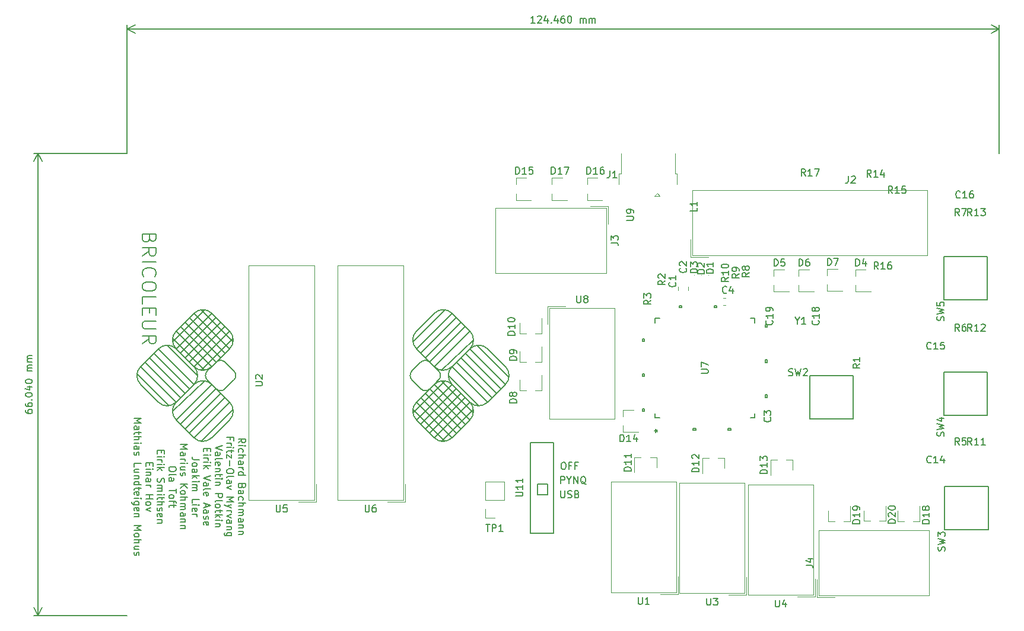
<source format=gbr>
G04 #@! TF.GenerationSoftware,KiCad,Pcbnew,6.0.0-rc1-unknown-r13540.595666d46.fc27*
G04 #@! TF.CreationDate,2018-10-03T13:58:40+02:00*
G04 #@! TF.ProjectId,Bricoleur-pcb,427269636F6C6575722D7063622E6B69,rev?*
G04 #@! TF.SameCoordinates,Original*
G04 #@! TF.FileFunction,Legend,Top*
G04 #@! TF.FilePolarity,Positive*
%FSLAX46Y46*%
G04 Gerber Fmt 4.6, Leading zero omitted, Abs format (unit mm)*
G04 Created by KiCad (PCBNEW 6.0.0-rc1-unknown-r13540.595666d46.fc27) date Wed Oct  3 13:58:40 2018*
%MOMM*%
%LPD*%
G01*
G04 APERTURE LIST*
%ADD10C,0.150000*%
%ADD11C,0.120000*%
%ADD12C,0.152400*%
%ADD13C,0.100000*%
G04 APERTURE END LIST*
D10*
X16256080Y-139531166D02*
X16256080Y-139721642D01*
X16303700Y-139816880D01*
X16351319Y-139864500D01*
X16494176Y-139959738D01*
X16684652Y-140007357D01*
X17065604Y-140007357D01*
X17160842Y-139959738D01*
X17208461Y-139912119D01*
X17256080Y-139816880D01*
X17256080Y-139626404D01*
X17208461Y-139531166D01*
X17160842Y-139483547D01*
X17065604Y-139435928D01*
X16827509Y-139435928D01*
X16732271Y-139483547D01*
X16684652Y-139531166D01*
X16637033Y-139626404D01*
X16637033Y-139816880D01*
X16684652Y-139912119D01*
X16732271Y-139959738D01*
X16827509Y-140007357D01*
X16256080Y-138578785D02*
X16256080Y-138769261D01*
X16303700Y-138864500D01*
X16351319Y-138912119D01*
X16494176Y-139007357D01*
X16684652Y-139054976D01*
X17065604Y-139054976D01*
X17160842Y-139007357D01*
X17208461Y-138959738D01*
X17256080Y-138864500D01*
X17256080Y-138674023D01*
X17208461Y-138578785D01*
X17160842Y-138531166D01*
X17065604Y-138483547D01*
X16827509Y-138483547D01*
X16732271Y-138531166D01*
X16684652Y-138578785D01*
X16637033Y-138674023D01*
X16637033Y-138864500D01*
X16684652Y-138959738D01*
X16732271Y-139007357D01*
X16827509Y-139054976D01*
X17160842Y-138054976D02*
X17208461Y-138007357D01*
X17256080Y-138054976D01*
X17208461Y-138102595D01*
X17160842Y-138054976D01*
X17256080Y-138054976D01*
X16256080Y-137388309D02*
X16256080Y-137293071D01*
X16303700Y-137197833D01*
X16351319Y-137150214D01*
X16446557Y-137102595D01*
X16637033Y-137054976D01*
X16875128Y-137054976D01*
X17065604Y-137102595D01*
X17160842Y-137150214D01*
X17208461Y-137197833D01*
X17256080Y-137293071D01*
X17256080Y-137388309D01*
X17208461Y-137483547D01*
X17160842Y-137531166D01*
X17065604Y-137578785D01*
X16875128Y-137626404D01*
X16637033Y-137626404D01*
X16446557Y-137578785D01*
X16351319Y-137531166D01*
X16303700Y-137483547D01*
X16256080Y-137388309D01*
X16589414Y-136197833D02*
X17256080Y-136197833D01*
X16208461Y-136435928D02*
X16922747Y-136674023D01*
X16922747Y-136054976D01*
X16256080Y-135483547D02*
X16256080Y-135388309D01*
X16303700Y-135293071D01*
X16351319Y-135245452D01*
X16446557Y-135197833D01*
X16637033Y-135150214D01*
X16875128Y-135150214D01*
X17065604Y-135197833D01*
X17160842Y-135245452D01*
X17208461Y-135293071D01*
X17256080Y-135388309D01*
X17256080Y-135483547D01*
X17208461Y-135578785D01*
X17160842Y-135626404D01*
X17065604Y-135674023D01*
X16875128Y-135721642D01*
X16637033Y-135721642D01*
X16446557Y-135674023D01*
X16351319Y-135626404D01*
X16303700Y-135578785D01*
X16256080Y-135483547D01*
X17256080Y-133959738D02*
X16589414Y-133959738D01*
X16684652Y-133959738D02*
X16637033Y-133912119D01*
X16589414Y-133816880D01*
X16589414Y-133674023D01*
X16637033Y-133578785D01*
X16732271Y-133531166D01*
X17256080Y-133531166D01*
X16732271Y-133531166D02*
X16637033Y-133483547D01*
X16589414Y-133388309D01*
X16589414Y-133245452D01*
X16637033Y-133150214D01*
X16732271Y-133102595D01*
X17256080Y-133102595D01*
X17256080Y-132626404D02*
X16589414Y-132626404D01*
X16684652Y-132626404D02*
X16637033Y-132578785D01*
X16589414Y-132483547D01*
X16589414Y-132340690D01*
X16637033Y-132245452D01*
X16732271Y-132197833D01*
X17256080Y-132197833D01*
X16732271Y-132197833D02*
X16637033Y-132150214D01*
X16589414Y-132054976D01*
X16589414Y-131912119D01*
X16637033Y-131816880D01*
X16732271Y-131769261D01*
X17256080Y-131769261D01*
X18103700Y-168884500D02*
X18103700Y-102844500D01*
X30803700Y-168884500D02*
X17517279Y-168884500D01*
X30803700Y-102844500D02*
X17517279Y-102844500D01*
X18103700Y-102844500D02*
X18690121Y-103971004D01*
X18103700Y-102844500D02*
X17517279Y-103971004D01*
X18103700Y-168884500D02*
X18690121Y-167757996D01*
X18103700Y-168884500D02*
X17517279Y-167757996D01*
X88986080Y-84216880D02*
X88414652Y-84216880D01*
X88700366Y-84216880D02*
X88700366Y-83216880D01*
X88605128Y-83359738D01*
X88509890Y-83454976D01*
X88414652Y-83502595D01*
X89367033Y-83312119D02*
X89414652Y-83264500D01*
X89509890Y-83216880D01*
X89747985Y-83216880D01*
X89843223Y-83264500D01*
X89890842Y-83312119D01*
X89938461Y-83407357D01*
X89938461Y-83502595D01*
X89890842Y-83645452D01*
X89319414Y-84216880D01*
X89938461Y-84216880D01*
X90795604Y-83550214D02*
X90795604Y-84216880D01*
X90557509Y-83169261D02*
X90319414Y-83883547D01*
X90938461Y-83883547D01*
X91319414Y-84121642D02*
X91367033Y-84169261D01*
X91319414Y-84216880D01*
X91271795Y-84169261D01*
X91319414Y-84121642D01*
X91319414Y-84216880D01*
X92224176Y-83550214D02*
X92224176Y-84216880D01*
X91986080Y-83169261D02*
X91747985Y-83883547D01*
X92367033Y-83883547D01*
X93176557Y-83216880D02*
X92986080Y-83216880D01*
X92890842Y-83264500D01*
X92843223Y-83312119D01*
X92747985Y-83454976D01*
X92700366Y-83645452D01*
X92700366Y-84026404D01*
X92747985Y-84121642D01*
X92795604Y-84169261D01*
X92890842Y-84216880D01*
X93081319Y-84216880D01*
X93176557Y-84169261D01*
X93224176Y-84121642D01*
X93271795Y-84026404D01*
X93271795Y-83788309D01*
X93224176Y-83693071D01*
X93176557Y-83645452D01*
X93081319Y-83597833D01*
X92890842Y-83597833D01*
X92795604Y-83645452D01*
X92747985Y-83693071D01*
X92700366Y-83788309D01*
X93890842Y-83216880D02*
X93986080Y-83216880D01*
X94081319Y-83264500D01*
X94128938Y-83312119D01*
X94176557Y-83407357D01*
X94224176Y-83597833D01*
X94224176Y-83835928D01*
X94176557Y-84026404D01*
X94128938Y-84121642D01*
X94081319Y-84169261D01*
X93986080Y-84216880D01*
X93890842Y-84216880D01*
X93795604Y-84169261D01*
X93747985Y-84121642D01*
X93700366Y-84026404D01*
X93652747Y-83835928D01*
X93652747Y-83597833D01*
X93700366Y-83407357D01*
X93747985Y-83312119D01*
X93795604Y-83264500D01*
X93890842Y-83216880D01*
X95414652Y-84216880D02*
X95414652Y-83550214D01*
X95414652Y-83645452D02*
X95462271Y-83597833D01*
X95557509Y-83550214D01*
X95700366Y-83550214D01*
X95795604Y-83597833D01*
X95843223Y-83693071D01*
X95843223Y-84216880D01*
X95843223Y-83693071D02*
X95890842Y-83597833D01*
X95986080Y-83550214D01*
X96128938Y-83550214D01*
X96224176Y-83597833D01*
X96271795Y-83693071D01*
X96271795Y-84216880D01*
X96747985Y-84216880D02*
X96747985Y-83550214D01*
X96747985Y-83645452D02*
X96795604Y-83597833D01*
X96890842Y-83550214D01*
X97033700Y-83550214D01*
X97128938Y-83597833D01*
X97176557Y-83693071D01*
X97176557Y-84216880D01*
X97176557Y-83693071D02*
X97224176Y-83597833D01*
X97319414Y-83550214D01*
X97462271Y-83550214D01*
X97557509Y-83597833D01*
X97605128Y-83693071D01*
X97605128Y-84216880D01*
X155263700Y-85064500D02*
X30803700Y-85064500D01*
X155263700Y-102844500D02*
X155263700Y-84478079D01*
X30803700Y-102844500D02*
X30803700Y-84478079D01*
X30803700Y-85064500D02*
X31930204Y-84478079D01*
X30803700Y-85064500D02*
X31930204Y-85650921D01*
X155263700Y-85064500D02*
X154137196Y-84478079D01*
X155263700Y-85064500D02*
X154137196Y-85650921D01*
X46666319Y-144207595D02*
X47142509Y-143874261D01*
X46666319Y-143636166D02*
X47666319Y-143636166D01*
X47666319Y-144017119D01*
X47618700Y-144112357D01*
X47571080Y-144159976D01*
X47475842Y-144207595D01*
X47332985Y-144207595D01*
X47237747Y-144159976D01*
X47190128Y-144112357D01*
X47142509Y-144017119D01*
X47142509Y-143636166D01*
X46666319Y-144636166D02*
X47332985Y-144636166D01*
X47666319Y-144636166D02*
X47618700Y-144588547D01*
X47571080Y-144636166D01*
X47618700Y-144683785D01*
X47666319Y-144636166D01*
X47571080Y-144636166D01*
X46713938Y-145540928D02*
X46666319Y-145445690D01*
X46666319Y-145255214D01*
X46713938Y-145159976D01*
X46761557Y-145112357D01*
X46856795Y-145064738D01*
X47142509Y-145064738D01*
X47237747Y-145112357D01*
X47285366Y-145159976D01*
X47332985Y-145255214D01*
X47332985Y-145445690D01*
X47285366Y-145540928D01*
X46666319Y-145969500D02*
X47666319Y-145969500D01*
X46666319Y-146398071D02*
X47190128Y-146398071D01*
X47285366Y-146350452D01*
X47332985Y-146255214D01*
X47332985Y-146112357D01*
X47285366Y-146017119D01*
X47237747Y-145969500D01*
X46666319Y-147302833D02*
X47190128Y-147302833D01*
X47285366Y-147255214D01*
X47332985Y-147159976D01*
X47332985Y-146969500D01*
X47285366Y-146874261D01*
X46713938Y-147302833D02*
X46666319Y-147207595D01*
X46666319Y-146969500D01*
X46713938Y-146874261D01*
X46809176Y-146826642D01*
X46904414Y-146826642D01*
X46999652Y-146874261D01*
X47047271Y-146969500D01*
X47047271Y-147207595D01*
X47094890Y-147302833D01*
X46666319Y-147779023D02*
X47332985Y-147779023D01*
X47142509Y-147779023D02*
X47237747Y-147826642D01*
X47285366Y-147874261D01*
X47332985Y-147969500D01*
X47332985Y-148064738D01*
X46666319Y-148826642D02*
X47666319Y-148826642D01*
X46713938Y-148826642D02*
X46666319Y-148731404D01*
X46666319Y-148540928D01*
X46713938Y-148445690D01*
X46761557Y-148398071D01*
X46856795Y-148350452D01*
X47142509Y-148350452D01*
X47237747Y-148398071D01*
X47285366Y-148445690D01*
X47332985Y-148540928D01*
X47332985Y-148731404D01*
X47285366Y-148826642D01*
X47190128Y-150398071D02*
X47142509Y-150540928D01*
X47094890Y-150588547D01*
X46999652Y-150636166D01*
X46856795Y-150636166D01*
X46761557Y-150588547D01*
X46713938Y-150540928D01*
X46666319Y-150445690D01*
X46666319Y-150064738D01*
X47666319Y-150064738D01*
X47666319Y-150398071D01*
X47618700Y-150493309D01*
X47571080Y-150540928D01*
X47475842Y-150588547D01*
X47380604Y-150588547D01*
X47285366Y-150540928D01*
X47237747Y-150493309D01*
X47190128Y-150398071D01*
X47190128Y-150064738D01*
X46666319Y-151493309D02*
X47190128Y-151493309D01*
X47285366Y-151445690D01*
X47332985Y-151350452D01*
X47332985Y-151159976D01*
X47285366Y-151064738D01*
X46713938Y-151493309D02*
X46666319Y-151398071D01*
X46666319Y-151159976D01*
X46713938Y-151064738D01*
X46809176Y-151017119D01*
X46904414Y-151017119D01*
X46999652Y-151064738D01*
X47047271Y-151159976D01*
X47047271Y-151398071D01*
X47094890Y-151493309D01*
X46713938Y-152398071D02*
X46666319Y-152302833D01*
X46666319Y-152112357D01*
X46713938Y-152017119D01*
X46761557Y-151969500D01*
X46856795Y-151921880D01*
X47142509Y-151921880D01*
X47237747Y-151969500D01*
X47285366Y-152017119D01*
X47332985Y-152112357D01*
X47332985Y-152302833D01*
X47285366Y-152398071D01*
X46666319Y-152826642D02*
X47666319Y-152826642D01*
X46666319Y-153255214D02*
X47190128Y-153255214D01*
X47285366Y-153207595D01*
X47332985Y-153112357D01*
X47332985Y-152969500D01*
X47285366Y-152874261D01*
X47237747Y-152826642D01*
X46666319Y-153731404D02*
X47332985Y-153731404D01*
X47237747Y-153731404D02*
X47285366Y-153779023D01*
X47332985Y-153874261D01*
X47332985Y-154017119D01*
X47285366Y-154112357D01*
X47190128Y-154159976D01*
X46666319Y-154159976D01*
X47190128Y-154159976D02*
X47285366Y-154207595D01*
X47332985Y-154302833D01*
X47332985Y-154445690D01*
X47285366Y-154540928D01*
X47190128Y-154588547D01*
X46666319Y-154588547D01*
X46666319Y-155493309D02*
X47190128Y-155493309D01*
X47285366Y-155445690D01*
X47332985Y-155350452D01*
X47332985Y-155159976D01*
X47285366Y-155064738D01*
X46713938Y-155493309D02*
X46666319Y-155398071D01*
X46666319Y-155159976D01*
X46713938Y-155064738D01*
X46809176Y-155017119D01*
X46904414Y-155017119D01*
X46999652Y-155064738D01*
X47047271Y-155159976D01*
X47047271Y-155398071D01*
X47094890Y-155493309D01*
X47332985Y-155969500D02*
X46666319Y-155969500D01*
X47237747Y-155969500D02*
X47285366Y-156017119D01*
X47332985Y-156112357D01*
X47332985Y-156255214D01*
X47285366Y-156350452D01*
X47190128Y-156398071D01*
X46666319Y-156398071D01*
X47332985Y-156874261D02*
X46666319Y-156874261D01*
X47237747Y-156874261D02*
X47285366Y-156921880D01*
X47332985Y-157017119D01*
X47332985Y-157159976D01*
X47285366Y-157255214D01*
X47190128Y-157302833D01*
X46666319Y-157302833D01*
X45540128Y-143755214D02*
X45540128Y-143421880D01*
X45016319Y-143421880D02*
X46016319Y-143421880D01*
X46016319Y-143898071D01*
X45016319Y-144279023D02*
X45682985Y-144279023D01*
X45492509Y-144279023D02*
X45587747Y-144326642D01*
X45635366Y-144374261D01*
X45682985Y-144469500D01*
X45682985Y-144564738D01*
X45016319Y-144898071D02*
X45682985Y-144898071D01*
X46016319Y-144898071D02*
X45968700Y-144850452D01*
X45921080Y-144898071D01*
X45968700Y-144945690D01*
X46016319Y-144898071D01*
X45921080Y-144898071D01*
X45682985Y-145231404D02*
X45682985Y-145612357D01*
X46016319Y-145374261D02*
X45159176Y-145374261D01*
X45063938Y-145421880D01*
X45016319Y-145517119D01*
X45016319Y-145612357D01*
X45682985Y-145850452D02*
X45682985Y-146374261D01*
X45016319Y-145850452D01*
X45016319Y-146374261D01*
X45397271Y-146755214D02*
X45397271Y-147517119D01*
X46016319Y-148183785D02*
X46016319Y-148374261D01*
X45968700Y-148469500D01*
X45873461Y-148564738D01*
X45682985Y-148612357D01*
X45349652Y-148612357D01*
X45159176Y-148564738D01*
X45063938Y-148469500D01*
X45016319Y-148374261D01*
X45016319Y-148183785D01*
X45063938Y-148088547D01*
X45159176Y-147993309D01*
X45349652Y-147945690D01*
X45682985Y-147945690D01*
X45873461Y-147993309D01*
X45968700Y-148088547D01*
X46016319Y-148183785D01*
X45016319Y-149183785D02*
X45063938Y-149088547D01*
X45159176Y-149040928D01*
X46016319Y-149040928D01*
X45016319Y-149993309D02*
X45540128Y-149993309D01*
X45635366Y-149945690D01*
X45682985Y-149850452D01*
X45682985Y-149659976D01*
X45635366Y-149564738D01*
X45063938Y-149993309D02*
X45016319Y-149898071D01*
X45016319Y-149659976D01*
X45063938Y-149564738D01*
X45159176Y-149517119D01*
X45254414Y-149517119D01*
X45349652Y-149564738D01*
X45397271Y-149659976D01*
X45397271Y-149898071D01*
X45444890Y-149993309D01*
X45682985Y-150374261D02*
X45016319Y-150612357D01*
X45682985Y-150850452D01*
X45016319Y-151993309D02*
X46016319Y-151993309D01*
X45302033Y-152326642D01*
X46016319Y-152659976D01*
X45016319Y-152659976D01*
X45682985Y-153040928D02*
X45016319Y-153279023D01*
X45682985Y-153517119D02*
X45016319Y-153279023D01*
X44778223Y-153183785D01*
X44730604Y-153136166D01*
X44682985Y-153040928D01*
X45016319Y-153898071D02*
X45682985Y-153898071D01*
X45492509Y-153898071D02*
X45587747Y-153945690D01*
X45635366Y-153993309D01*
X45682985Y-154088547D01*
X45682985Y-154183785D01*
X45682985Y-154421880D02*
X45016319Y-154659976D01*
X45682985Y-154898071D01*
X45016319Y-155707595D02*
X45540128Y-155707595D01*
X45635366Y-155659976D01*
X45682985Y-155564738D01*
X45682985Y-155374261D01*
X45635366Y-155279023D01*
X45063938Y-155707595D02*
X45016319Y-155612357D01*
X45016319Y-155374261D01*
X45063938Y-155279023D01*
X45159176Y-155231404D01*
X45254414Y-155231404D01*
X45349652Y-155279023D01*
X45397271Y-155374261D01*
X45397271Y-155612357D01*
X45444890Y-155707595D01*
X45682985Y-156183785D02*
X45016319Y-156183785D01*
X45587747Y-156183785D02*
X45635366Y-156231404D01*
X45682985Y-156326642D01*
X45682985Y-156469500D01*
X45635366Y-156564738D01*
X45540128Y-156612357D01*
X45016319Y-156612357D01*
X45682985Y-157517119D02*
X44873461Y-157517119D01*
X44778223Y-157469500D01*
X44730604Y-157421880D01*
X44682985Y-157326642D01*
X44682985Y-157183785D01*
X44730604Y-157088547D01*
X45063938Y-157517119D02*
X45016319Y-157421880D01*
X45016319Y-157231404D01*
X45063938Y-157136166D01*
X45111557Y-157088547D01*
X45206795Y-157040928D01*
X45492509Y-157040928D01*
X45587747Y-157088547D01*
X45635366Y-157136166D01*
X45682985Y-157231404D01*
X45682985Y-157421880D01*
X45635366Y-157517119D01*
X44366319Y-144588547D02*
X43366319Y-144921880D01*
X44366319Y-145255214D01*
X43366319Y-146017119D02*
X43890128Y-146017119D01*
X43985366Y-145969500D01*
X44032985Y-145874261D01*
X44032985Y-145683785D01*
X43985366Y-145588547D01*
X43413938Y-146017119D02*
X43366319Y-145921880D01*
X43366319Y-145683785D01*
X43413938Y-145588547D01*
X43509176Y-145540928D01*
X43604414Y-145540928D01*
X43699652Y-145588547D01*
X43747271Y-145683785D01*
X43747271Y-145921880D01*
X43794890Y-146017119D01*
X43366319Y-146636166D02*
X43413938Y-146540928D01*
X43509176Y-146493309D01*
X44366319Y-146493309D01*
X43413938Y-147398071D02*
X43366319Y-147302833D01*
X43366319Y-147112357D01*
X43413938Y-147017119D01*
X43509176Y-146969500D01*
X43890128Y-146969500D01*
X43985366Y-147017119D01*
X44032985Y-147112357D01*
X44032985Y-147302833D01*
X43985366Y-147398071D01*
X43890128Y-147445690D01*
X43794890Y-147445690D01*
X43699652Y-146969500D01*
X44032985Y-147874261D02*
X43366319Y-147874261D01*
X43937747Y-147874261D02*
X43985366Y-147921880D01*
X44032985Y-148017119D01*
X44032985Y-148159976D01*
X43985366Y-148255214D01*
X43890128Y-148302833D01*
X43366319Y-148302833D01*
X44032985Y-148636166D02*
X44032985Y-149017119D01*
X44366319Y-148779023D02*
X43509176Y-148779023D01*
X43413938Y-148826642D01*
X43366319Y-148921880D01*
X43366319Y-149017119D01*
X43366319Y-149350452D02*
X44032985Y-149350452D01*
X44366319Y-149350452D02*
X44318700Y-149302833D01*
X44271080Y-149350452D01*
X44318700Y-149398071D01*
X44366319Y-149350452D01*
X44271080Y-149350452D01*
X44032985Y-149826642D02*
X43366319Y-149826642D01*
X43937747Y-149826642D02*
X43985366Y-149874261D01*
X44032985Y-149969500D01*
X44032985Y-150112357D01*
X43985366Y-150207595D01*
X43890128Y-150255214D01*
X43366319Y-150255214D01*
X43366319Y-151493309D02*
X44366319Y-151493309D01*
X44366319Y-151874261D01*
X44318700Y-151969500D01*
X44271080Y-152017119D01*
X44175842Y-152064738D01*
X44032985Y-152064738D01*
X43937747Y-152017119D01*
X43890128Y-151969500D01*
X43842509Y-151874261D01*
X43842509Y-151493309D01*
X43366319Y-152636166D02*
X43413938Y-152540928D01*
X43509176Y-152493309D01*
X44366319Y-152493309D01*
X43366319Y-153159976D02*
X43413938Y-153064738D01*
X43461557Y-153017119D01*
X43556795Y-152969500D01*
X43842509Y-152969500D01*
X43937747Y-153017119D01*
X43985366Y-153064738D01*
X44032985Y-153159976D01*
X44032985Y-153302833D01*
X43985366Y-153398071D01*
X43937747Y-153445690D01*
X43842509Y-153493309D01*
X43556795Y-153493309D01*
X43461557Y-153445690D01*
X43413938Y-153398071D01*
X43366319Y-153302833D01*
X43366319Y-153159976D01*
X44032985Y-153779023D02*
X44032985Y-154159976D01*
X44366319Y-153921880D02*
X43509176Y-153921880D01*
X43413938Y-153969500D01*
X43366319Y-154064738D01*
X43366319Y-154159976D01*
X43366319Y-154493309D02*
X44366319Y-154493309D01*
X43747271Y-154588547D02*
X43366319Y-154874261D01*
X44032985Y-154874261D02*
X43652033Y-154493309D01*
X43366319Y-155302833D02*
X44032985Y-155302833D01*
X44366319Y-155302833D02*
X44318700Y-155255214D01*
X44271080Y-155302833D01*
X44318700Y-155350452D01*
X44366319Y-155302833D01*
X44271080Y-155302833D01*
X44032985Y-155779023D02*
X43366319Y-155779023D01*
X43937747Y-155779023D02*
X43985366Y-155826642D01*
X44032985Y-155921880D01*
X44032985Y-156064738D01*
X43985366Y-156159976D01*
X43890128Y-156207595D01*
X43366319Y-156207595D01*
X42240128Y-145017119D02*
X42240128Y-145350452D01*
X41716319Y-145493309D02*
X41716319Y-145017119D01*
X42716319Y-145017119D01*
X42716319Y-145493309D01*
X41716319Y-145921880D02*
X42382985Y-145921880D01*
X42716319Y-145921880D02*
X42668700Y-145874261D01*
X42621080Y-145921880D01*
X42668700Y-145969500D01*
X42716319Y-145921880D01*
X42621080Y-145921880D01*
X41716319Y-146398071D02*
X42382985Y-146398071D01*
X42192509Y-146398071D02*
X42287747Y-146445690D01*
X42335366Y-146493309D01*
X42382985Y-146588547D01*
X42382985Y-146683785D01*
X41716319Y-147017119D02*
X42382985Y-147017119D01*
X42716319Y-147017119D02*
X42668700Y-146969500D01*
X42621080Y-147017119D01*
X42668700Y-147064738D01*
X42716319Y-147017119D01*
X42621080Y-147017119D01*
X41716319Y-147493309D02*
X42716319Y-147493309D01*
X42097271Y-147588547D02*
X41716319Y-147874261D01*
X42382985Y-147874261D02*
X42002033Y-147493309D01*
X42716319Y-148921880D02*
X41716319Y-149255214D01*
X42716319Y-149588547D01*
X41716319Y-150350452D02*
X42240128Y-150350452D01*
X42335366Y-150302833D01*
X42382985Y-150207595D01*
X42382985Y-150017119D01*
X42335366Y-149921880D01*
X41763938Y-150350452D02*
X41716319Y-150255214D01*
X41716319Y-150017119D01*
X41763938Y-149921880D01*
X41859176Y-149874261D01*
X41954414Y-149874261D01*
X42049652Y-149921880D01*
X42097271Y-150017119D01*
X42097271Y-150255214D01*
X42144890Y-150350452D01*
X41716319Y-150969500D02*
X41763938Y-150874261D01*
X41859176Y-150826642D01*
X42716319Y-150826642D01*
X41763938Y-151731404D02*
X41716319Y-151636166D01*
X41716319Y-151445690D01*
X41763938Y-151350452D01*
X41859176Y-151302833D01*
X42240128Y-151302833D01*
X42335366Y-151350452D01*
X42382985Y-151445690D01*
X42382985Y-151636166D01*
X42335366Y-151731404D01*
X42240128Y-151779023D01*
X42144890Y-151779023D01*
X42049652Y-151302833D01*
X42002033Y-152921880D02*
X42002033Y-153398071D01*
X41716319Y-152826642D02*
X42716319Y-153159976D01*
X41716319Y-153493309D01*
X41716319Y-154255214D02*
X42240128Y-154255214D01*
X42335366Y-154207595D01*
X42382985Y-154112357D01*
X42382985Y-153921880D01*
X42335366Y-153826642D01*
X41763938Y-154255214D02*
X41716319Y-154159976D01*
X41716319Y-153921880D01*
X41763938Y-153826642D01*
X41859176Y-153779023D01*
X41954414Y-153779023D01*
X42049652Y-153826642D01*
X42097271Y-153921880D01*
X42097271Y-154159976D01*
X42144890Y-154255214D01*
X41763938Y-154683785D02*
X41716319Y-154779023D01*
X41716319Y-154969500D01*
X41763938Y-155064738D01*
X41859176Y-155112357D01*
X41906795Y-155112357D01*
X42002033Y-155064738D01*
X42049652Y-154969500D01*
X42049652Y-154826642D01*
X42097271Y-154731404D01*
X42192509Y-154683785D01*
X42240128Y-154683785D01*
X42335366Y-154731404D01*
X42382985Y-154826642D01*
X42382985Y-154969500D01*
X42335366Y-155064738D01*
X41763938Y-155921880D02*
X41716319Y-155826642D01*
X41716319Y-155636166D01*
X41763938Y-155540928D01*
X41859176Y-155493309D01*
X42240128Y-155493309D01*
X42335366Y-155540928D01*
X42382985Y-155636166D01*
X42382985Y-155826642D01*
X42335366Y-155921880D01*
X42240128Y-155969500D01*
X42144890Y-155969500D01*
X42049652Y-155493309D01*
X41066319Y-146636166D02*
X40352033Y-146636166D01*
X40209176Y-146588547D01*
X40113938Y-146493309D01*
X40066319Y-146350452D01*
X40066319Y-146255214D01*
X40066319Y-147255214D02*
X40113938Y-147159976D01*
X40161557Y-147112357D01*
X40256795Y-147064738D01*
X40542509Y-147064738D01*
X40637747Y-147112357D01*
X40685366Y-147159976D01*
X40732985Y-147255214D01*
X40732985Y-147398071D01*
X40685366Y-147493309D01*
X40637747Y-147540928D01*
X40542509Y-147588547D01*
X40256795Y-147588547D01*
X40161557Y-147540928D01*
X40113938Y-147493309D01*
X40066319Y-147398071D01*
X40066319Y-147255214D01*
X40066319Y-148445690D02*
X40590128Y-148445690D01*
X40685366Y-148398071D01*
X40732985Y-148302833D01*
X40732985Y-148112357D01*
X40685366Y-148017119D01*
X40113938Y-148445690D02*
X40066319Y-148350452D01*
X40066319Y-148112357D01*
X40113938Y-148017119D01*
X40209176Y-147969500D01*
X40304414Y-147969500D01*
X40399652Y-148017119D01*
X40447271Y-148112357D01*
X40447271Y-148350452D01*
X40494890Y-148445690D01*
X40066319Y-148921880D02*
X41066319Y-148921880D01*
X40447271Y-149017119D02*
X40066319Y-149302833D01*
X40732985Y-149302833D02*
X40352033Y-148921880D01*
X40066319Y-149731404D02*
X40732985Y-149731404D01*
X41066319Y-149731404D02*
X41018700Y-149683785D01*
X40971080Y-149731404D01*
X41018700Y-149779023D01*
X41066319Y-149731404D01*
X40971080Y-149731404D01*
X40066319Y-150207595D02*
X40732985Y-150207595D01*
X40637747Y-150207595D02*
X40685366Y-150255214D01*
X40732985Y-150350452D01*
X40732985Y-150493309D01*
X40685366Y-150588547D01*
X40590128Y-150636166D01*
X40066319Y-150636166D01*
X40590128Y-150636166D02*
X40685366Y-150683785D01*
X40732985Y-150779023D01*
X40732985Y-150921880D01*
X40685366Y-151017119D01*
X40590128Y-151064738D01*
X40066319Y-151064738D01*
X40066319Y-152779023D02*
X40066319Y-152302833D01*
X41066319Y-152302833D01*
X40066319Y-153112357D02*
X40732985Y-153112357D01*
X41066319Y-153112357D02*
X41018700Y-153064738D01*
X40971080Y-153112357D01*
X41018700Y-153159976D01*
X41066319Y-153112357D01*
X40971080Y-153112357D01*
X40113938Y-153969500D02*
X40066319Y-153874261D01*
X40066319Y-153683785D01*
X40113938Y-153588547D01*
X40209176Y-153540928D01*
X40590128Y-153540928D01*
X40685366Y-153588547D01*
X40732985Y-153683785D01*
X40732985Y-153874261D01*
X40685366Y-153969500D01*
X40590128Y-154017119D01*
X40494890Y-154017119D01*
X40399652Y-153540928D01*
X40066319Y-154445690D02*
X40732985Y-154445690D01*
X40542509Y-154445690D02*
X40637747Y-154493309D01*
X40685366Y-154540928D01*
X40732985Y-154636166D01*
X40732985Y-154731404D01*
X38416319Y-144469500D02*
X39416319Y-144469500D01*
X38702033Y-144802833D01*
X39416319Y-145136166D01*
X38416319Y-145136166D01*
X38416319Y-146040928D02*
X38940128Y-146040928D01*
X39035366Y-145993309D01*
X39082985Y-145898071D01*
X39082985Y-145707595D01*
X39035366Y-145612357D01*
X38463938Y-146040928D02*
X38416319Y-145945690D01*
X38416319Y-145707595D01*
X38463938Y-145612357D01*
X38559176Y-145564738D01*
X38654414Y-145564738D01*
X38749652Y-145612357D01*
X38797271Y-145707595D01*
X38797271Y-145945690D01*
X38844890Y-146040928D01*
X38416319Y-146517119D02*
X39082985Y-146517119D01*
X38892509Y-146517119D02*
X38987747Y-146564738D01*
X39035366Y-146612357D01*
X39082985Y-146707595D01*
X39082985Y-146802833D01*
X38416319Y-147136166D02*
X39082985Y-147136166D01*
X39416319Y-147136166D02*
X39368700Y-147088547D01*
X39321080Y-147136166D01*
X39368700Y-147183785D01*
X39416319Y-147136166D01*
X39321080Y-147136166D01*
X39082985Y-148040928D02*
X38416319Y-148040928D01*
X39082985Y-147612357D02*
X38559176Y-147612357D01*
X38463938Y-147659976D01*
X38416319Y-147755214D01*
X38416319Y-147898071D01*
X38463938Y-147993309D01*
X38511557Y-148040928D01*
X38463938Y-148469500D02*
X38416319Y-148564738D01*
X38416319Y-148755214D01*
X38463938Y-148850452D01*
X38559176Y-148898071D01*
X38606795Y-148898071D01*
X38702033Y-148850452D01*
X38749652Y-148755214D01*
X38749652Y-148612357D01*
X38797271Y-148517119D01*
X38892509Y-148469500D01*
X38940128Y-148469500D01*
X39035366Y-148517119D01*
X39082985Y-148612357D01*
X39082985Y-148755214D01*
X39035366Y-148850452D01*
X38416319Y-150088547D02*
X39416319Y-150088547D01*
X38416319Y-150659976D02*
X38987747Y-150231404D01*
X39416319Y-150659976D02*
X38844890Y-150088547D01*
X38416319Y-151231404D02*
X38463938Y-151136166D01*
X38511557Y-151088547D01*
X38606795Y-151040928D01*
X38892509Y-151040928D01*
X38987747Y-151088547D01*
X39035366Y-151136166D01*
X39082985Y-151231404D01*
X39082985Y-151374261D01*
X39035366Y-151469500D01*
X38987747Y-151517119D01*
X38892509Y-151564738D01*
X38606795Y-151564738D01*
X38511557Y-151517119D01*
X38463938Y-151469500D01*
X38416319Y-151374261D01*
X38416319Y-151231404D01*
X38416319Y-151993309D02*
X39416319Y-151993309D01*
X38416319Y-152421880D02*
X38940128Y-152421880D01*
X39035366Y-152374261D01*
X39082985Y-152279023D01*
X39082985Y-152136166D01*
X39035366Y-152040928D01*
X38987747Y-151993309D01*
X38416319Y-152898071D02*
X39082985Y-152898071D01*
X38987747Y-152898071D02*
X39035366Y-152945690D01*
X39082985Y-153040928D01*
X39082985Y-153183785D01*
X39035366Y-153279023D01*
X38940128Y-153326642D01*
X38416319Y-153326642D01*
X38940128Y-153326642D02*
X39035366Y-153374261D01*
X39082985Y-153469500D01*
X39082985Y-153612357D01*
X39035366Y-153707595D01*
X38940128Y-153755214D01*
X38416319Y-153755214D01*
X38416319Y-154659976D02*
X38940128Y-154659976D01*
X39035366Y-154612357D01*
X39082985Y-154517119D01*
X39082985Y-154326642D01*
X39035366Y-154231404D01*
X38463938Y-154659976D02*
X38416319Y-154564738D01*
X38416319Y-154326642D01*
X38463938Y-154231404D01*
X38559176Y-154183785D01*
X38654414Y-154183785D01*
X38749652Y-154231404D01*
X38797271Y-154326642D01*
X38797271Y-154564738D01*
X38844890Y-154659976D01*
X39082985Y-155136166D02*
X38416319Y-155136166D01*
X38987747Y-155136166D02*
X39035366Y-155183785D01*
X39082985Y-155279023D01*
X39082985Y-155421880D01*
X39035366Y-155517119D01*
X38940128Y-155564738D01*
X38416319Y-155564738D01*
X39082985Y-156040928D02*
X38416319Y-156040928D01*
X38987747Y-156040928D02*
X39035366Y-156088547D01*
X39082985Y-156183785D01*
X39082985Y-156326642D01*
X39035366Y-156421880D01*
X38940128Y-156469500D01*
X38416319Y-156469500D01*
X37766319Y-147874261D02*
X37766319Y-148064738D01*
X37718700Y-148159976D01*
X37623461Y-148255214D01*
X37432985Y-148302833D01*
X37099652Y-148302833D01*
X36909176Y-148255214D01*
X36813938Y-148159976D01*
X36766319Y-148064738D01*
X36766319Y-147874261D01*
X36813938Y-147779023D01*
X36909176Y-147683785D01*
X37099652Y-147636166D01*
X37432985Y-147636166D01*
X37623461Y-147683785D01*
X37718700Y-147779023D01*
X37766319Y-147874261D01*
X36766319Y-148874261D02*
X36813938Y-148779023D01*
X36909176Y-148731404D01*
X37766319Y-148731404D01*
X36766319Y-149683785D02*
X37290128Y-149683785D01*
X37385366Y-149636166D01*
X37432985Y-149540928D01*
X37432985Y-149350452D01*
X37385366Y-149255214D01*
X36813938Y-149683785D02*
X36766319Y-149588547D01*
X36766319Y-149350452D01*
X36813938Y-149255214D01*
X36909176Y-149207595D01*
X37004414Y-149207595D01*
X37099652Y-149255214D01*
X37147271Y-149350452D01*
X37147271Y-149588547D01*
X37194890Y-149683785D01*
X37766319Y-150779023D02*
X37766319Y-151350452D01*
X36766319Y-151064738D02*
X37766319Y-151064738D01*
X36766319Y-151826642D02*
X36813938Y-151731404D01*
X36861557Y-151683785D01*
X36956795Y-151636166D01*
X37242509Y-151636166D01*
X37337747Y-151683785D01*
X37385366Y-151731404D01*
X37432985Y-151826642D01*
X37432985Y-151969500D01*
X37385366Y-152064738D01*
X37337747Y-152112357D01*
X37242509Y-152159976D01*
X36956795Y-152159976D01*
X36861557Y-152112357D01*
X36813938Y-152064738D01*
X36766319Y-151969500D01*
X36766319Y-151826642D01*
X37432985Y-152445690D02*
X37432985Y-152826642D01*
X36766319Y-152588547D02*
X37623461Y-152588547D01*
X37718700Y-152636166D01*
X37766319Y-152731404D01*
X37766319Y-152826642D01*
X37432985Y-153017119D02*
X37432985Y-153398071D01*
X37766319Y-153159976D02*
X36909176Y-153159976D01*
X36813938Y-153207595D01*
X36766319Y-153302833D01*
X36766319Y-153398071D01*
X35640128Y-145279023D02*
X35640128Y-145612357D01*
X35116319Y-145755214D02*
X35116319Y-145279023D01*
X36116319Y-145279023D01*
X36116319Y-145755214D01*
X35116319Y-146183785D02*
X35782985Y-146183785D01*
X36116319Y-146183785D02*
X36068700Y-146136166D01*
X36021080Y-146183785D01*
X36068700Y-146231404D01*
X36116319Y-146183785D01*
X36021080Y-146183785D01*
X35116319Y-146659976D02*
X35782985Y-146659976D01*
X35592509Y-146659976D02*
X35687747Y-146707595D01*
X35735366Y-146755214D01*
X35782985Y-146850452D01*
X35782985Y-146945690D01*
X35116319Y-147279023D02*
X35782985Y-147279023D01*
X36116319Y-147279023D02*
X36068700Y-147231404D01*
X36021080Y-147279023D01*
X36068700Y-147326642D01*
X36116319Y-147279023D01*
X36021080Y-147279023D01*
X35116319Y-147755214D02*
X36116319Y-147755214D01*
X35497271Y-147850452D02*
X35116319Y-148136166D01*
X35782985Y-148136166D02*
X35402033Y-147755214D01*
X35163938Y-149279023D02*
X35116319Y-149421880D01*
X35116319Y-149659976D01*
X35163938Y-149755214D01*
X35211557Y-149802833D01*
X35306795Y-149850452D01*
X35402033Y-149850452D01*
X35497271Y-149802833D01*
X35544890Y-149755214D01*
X35592509Y-149659976D01*
X35640128Y-149469500D01*
X35687747Y-149374261D01*
X35735366Y-149326642D01*
X35830604Y-149279023D01*
X35925842Y-149279023D01*
X36021080Y-149326642D01*
X36068700Y-149374261D01*
X36116319Y-149469500D01*
X36116319Y-149707595D01*
X36068700Y-149850452D01*
X35116319Y-150279023D02*
X35782985Y-150279023D01*
X35687747Y-150279023D02*
X35735366Y-150326642D01*
X35782985Y-150421880D01*
X35782985Y-150564738D01*
X35735366Y-150659976D01*
X35640128Y-150707595D01*
X35116319Y-150707595D01*
X35640128Y-150707595D02*
X35735366Y-150755214D01*
X35782985Y-150850452D01*
X35782985Y-150993309D01*
X35735366Y-151088547D01*
X35640128Y-151136166D01*
X35116319Y-151136166D01*
X35116319Y-151612357D02*
X35782985Y-151612357D01*
X36116319Y-151612357D02*
X36068700Y-151564738D01*
X36021080Y-151612357D01*
X36068700Y-151659976D01*
X36116319Y-151612357D01*
X36021080Y-151612357D01*
X35782985Y-151945690D02*
X35782985Y-152326642D01*
X36116319Y-152088547D02*
X35259176Y-152088547D01*
X35163938Y-152136166D01*
X35116319Y-152231404D01*
X35116319Y-152326642D01*
X35116319Y-152659976D02*
X36116319Y-152659976D01*
X35116319Y-153088547D02*
X35640128Y-153088547D01*
X35735366Y-153040928D01*
X35782985Y-152945690D01*
X35782985Y-152802833D01*
X35735366Y-152707595D01*
X35687747Y-152659976D01*
X35163938Y-153517119D02*
X35116319Y-153612357D01*
X35116319Y-153802833D01*
X35163938Y-153898071D01*
X35259176Y-153945690D01*
X35306795Y-153945690D01*
X35402033Y-153898071D01*
X35449652Y-153802833D01*
X35449652Y-153659976D01*
X35497271Y-153564738D01*
X35592509Y-153517119D01*
X35640128Y-153517119D01*
X35735366Y-153564738D01*
X35782985Y-153659976D01*
X35782985Y-153802833D01*
X35735366Y-153898071D01*
X35163938Y-154755214D02*
X35116319Y-154659976D01*
X35116319Y-154469500D01*
X35163938Y-154374261D01*
X35259176Y-154326642D01*
X35640128Y-154326642D01*
X35735366Y-154374261D01*
X35782985Y-154469500D01*
X35782985Y-154659976D01*
X35735366Y-154755214D01*
X35640128Y-154802833D01*
X35544890Y-154802833D01*
X35449652Y-154326642D01*
X35782985Y-155231404D02*
X35116319Y-155231404D01*
X35687747Y-155231404D02*
X35735366Y-155279023D01*
X35782985Y-155374261D01*
X35782985Y-155517119D01*
X35735366Y-155612357D01*
X35640128Y-155659976D01*
X35116319Y-155659976D01*
X33990128Y-147064738D02*
X33990128Y-147398071D01*
X33466319Y-147540928D02*
X33466319Y-147064738D01*
X34466319Y-147064738D01*
X34466319Y-147540928D01*
X33466319Y-147969500D02*
X34132985Y-147969500D01*
X34466319Y-147969500D02*
X34418700Y-147921880D01*
X34371080Y-147969500D01*
X34418700Y-148017119D01*
X34466319Y-147969500D01*
X34371080Y-147969500D01*
X34132985Y-148445690D02*
X33466319Y-148445690D01*
X34037747Y-148445690D02*
X34085366Y-148493309D01*
X34132985Y-148588547D01*
X34132985Y-148731404D01*
X34085366Y-148826642D01*
X33990128Y-148874261D01*
X33466319Y-148874261D01*
X33466319Y-149779023D02*
X33990128Y-149779023D01*
X34085366Y-149731404D01*
X34132985Y-149636166D01*
X34132985Y-149445690D01*
X34085366Y-149350452D01*
X33513938Y-149779023D02*
X33466319Y-149683785D01*
X33466319Y-149445690D01*
X33513938Y-149350452D01*
X33609176Y-149302833D01*
X33704414Y-149302833D01*
X33799652Y-149350452D01*
X33847271Y-149445690D01*
X33847271Y-149683785D01*
X33894890Y-149779023D01*
X33466319Y-150255214D02*
X34132985Y-150255214D01*
X33942509Y-150255214D02*
X34037747Y-150302833D01*
X34085366Y-150350452D01*
X34132985Y-150445690D01*
X34132985Y-150540928D01*
X33466319Y-151636166D02*
X34466319Y-151636166D01*
X33990128Y-151636166D02*
X33990128Y-152207595D01*
X33466319Y-152207595D02*
X34466319Y-152207595D01*
X33466319Y-152826642D02*
X33513938Y-152731404D01*
X33561557Y-152683785D01*
X33656795Y-152636166D01*
X33942509Y-152636166D01*
X34037747Y-152683785D01*
X34085366Y-152731404D01*
X34132985Y-152826642D01*
X34132985Y-152969500D01*
X34085366Y-153064738D01*
X34037747Y-153112357D01*
X33942509Y-153159976D01*
X33656795Y-153159976D01*
X33561557Y-153112357D01*
X33513938Y-153064738D01*
X33466319Y-152969500D01*
X33466319Y-152826642D01*
X34132985Y-153493309D02*
X33466319Y-153731404D01*
X34132985Y-153969500D01*
X31816319Y-140707595D02*
X32816319Y-140707595D01*
X32102033Y-141040928D01*
X32816319Y-141374261D01*
X31816319Y-141374261D01*
X31816319Y-142279023D02*
X32340128Y-142279023D01*
X32435366Y-142231404D01*
X32482985Y-142136166D01*
X32482985Y-141945690D01*
X32435366Y-141850452D01*
X31863938Y-142279023D02*
X31816319Y-142183785D01*
X31816319Y-141945690D01*
X31863938Y-141850452D01*
X31959176Y-141802833D01*
X32054414Y-141802833D01*
X32149652Y-141850452D01*
X32197271Y-141945690D01*
X32197271Y-142183785D01*
X32244890Y-142279023D01*
X32482985Y-142612357D02*
X32482985Y-142993309D01*
X32816319Y-142755214D02*
X31959176Y-142755214D01*
X31863938Y-142802833D01*
X31816319Y-142898071D01*
X31816319Y-142993309D01*
X31816319Y-143326642D02*
X32816319Y-143326642D01*
X31816319Y-143755214D02*
X32340128Y-143755214D01*
X32435366Y-143707595D01*
X32482985Y-143612357D01*
X32482985Y-143469500D01*
X32435366Y-143374261D01*
X32387747Y-143326642D01*
X31816319Y-144231404D02*
X32482985Y-144231404D01*
X32816319Y-144231404D02*
X32768700Y-144183785D01*
X32721080Y-144231404D01*
X32768700Y-144279023D01*
X32816319Y-144231404D01*
X32721080Y-144231404D01*
X31816319Y-145136166D02*
X32340128Y-145136166D01*
X32435366Y-145088547D01*
X32482985Y-144993309D01*
X32482985Y-144802833D01*
X32435366Y-144707595D01*
X31863938Y-145136166D02*
X31816319Y-145040928D01*
X31816319Y-144802833D01*
X31863938Y-144707595D01*
X31959176Y-144659976D01*
X32054414Y-144659976D01*
X32149652Y-144707595D01*
X32197271Y-144802833D01*
X32197271Y-145040928D01*
X32244890Y-145136166D01*
X31863938Y-145564738D02*
X31816319Y-145659976D01*
X31816319Y-145850452D01*
X31863938Y-145945690D01*
X31959176Y-145993309D01*
X32006795Y-145993309D01*
X32102033Y-145945690D01*
X32149652Y-145850452D01*
X32149652Y-145707595D01*
X32197271Y-145612357D01*
X32292509Y-145564738D01*
X32340128Y-145564738D01*
X32435366Y-145612357D01*
X32482985Y-145707595D01*
X32482985Y-145850452D01*
X32435366Y-145945690D01*
X31816319Y-147659976D02*
X31816319Y-147183785D01*
X32816319Y-147183785D01*
X32482985Y-148421880D02*
X31816319Y-148421880D01*
X32482985Y-147993309D02*
X31959176Y-147993309D01*
X31863938Y-148040928D01*
X31816319Y-148136166D01*
X31816319Y-148279023D01*
X31863938Y-148374261D01*
X31911557Y-148421880D01*
X32482985Y-148898071D02*
X31816319Y-148898071D01*
X32387747Y-148898071D02*
X32435366Y-148945690D01*
X32482985Y-149040928D01*
X32482985Y-149183785D01*
X32435366Y-149279023D01*
X32340128Y-149326642D01*
X31816319Y-149326642D01*
X31816319Y-150231404D02*
X32816319Y-150231404D01*
X31863938Y-150231404D02*
X31816319Y-150136166D01*
X31816319Y-149945690D01*
X31863938Y-149850452D01*
X31911557Y-149802833D01*
X32006795Y-149755214D01*
X32292509Y-149755214D01*
X32387747Y-149802833D01*
X32435366Y-149850452D01*
X32482985Y-149945690D01*
X32482985Y-150136166D01*
X32435366Y-150231404D01*
X32482985Y-150564738D02*
X32482985Y-150945690D01*
X32816319Y-150707595D02*
X31959176Y-150707595D01*
X31863938Y-150755214D01*
X31816319Y-150850452D01*
X31816319Y-150945690D01*
X31863938Y-151659976D02*
X31816319Y-151564738D01*
X31816319Y-151374261D01*
X31863938Y-151279023D01*
X31959176Y-151231404D01*
X32340128Y-151231404D01*
X32435366Y-151279023D01*
X32482985Y-151374261D01*
X32482985Y-151564738D01*
X32435366Y-151659976D01*
X32340128Y-151707595D01*
X32244890Y-151707595D01*
X32149652Y-151231404D01*
X31816319Y-152136166D02*
X32482985Y-152136166D01*
X32816319Y-152136166D02*
X32768700Y-152088547D01*
X32721080Y-152136166D01*
X32768700Y-152183785D01*
X32816319Y-152136166D01*
X32721080Y-152136166D01*
X32482985Y-153040928D02*
X31673461Y-153040928D01*
X31578223Y-152993309D01*
X31530604Y-152945690D01*
X31482985Y-152850452D01*
X31482985Y-152707595D01*
X31530604Y-152612357D01*
X31863938Y-153040928D02*
X31816319Y-152945690D01*
X31816319Y-152755214D01*
X31863938Y-152659976D01*
X31911557Y-152612357D01*
X32006795Y-152564738D01*
X32292509Y-152564738D01*
X32387747Y-152612357D01*
X32435366Y-152659976D01*
X32482985Y-152755214D01*
X32482985Y-152945690D01*
X32435366Y-153040928D01*
X31863938Y-153898071D02*
X31816319Y-153802833D01*
X31816319Y-153612357D01*
X31863938Y-153517119D01*
X31959176Y-153469500D01*
X32340128Y-153469500D01*
X32435366Y-153517119D01*
X32482985Y-153612357D01*
X32482985Y-153802833D01*
X32435366Y-153898071D01*
X32340128Y-153945690D01*
X32244890Y-153945690D01*
X32149652Y-153469500D01*
X32482985Y-154374261D02*
X31816319Y-154374261D01*
X32387747Y-154374261D02*
X32435366Y-154421880D01*
X32482985Y-154517119D01*
X32482985Y-154659976D01*
X32435366Y-154755214D01*
X32340128Y-154802833D01*
X31816319Y-154802833D01*
X31816319Y-156040928D02*
X32816319Y-156040928D01*
X32102033Y-156374261D01*
X32816319Y-156707595D01*
X31816319Y-156707595D01*
X31816319Y-157326642D02*
X31863938Y-157231404D01*
X31911557Y-157183785D01*
X32006795Y-157136166D01*
X32292509Y-157136166D01*
X32387747Y-157183785D01*
X32435366Y-157231404D01*
X32482985Y-157326642D01*
X32482985Y-157469500D01*
X32435366Y-157564738D01*
X32387747Y-157612357D01*
X32292509Y-157659976D01*
X32006795Y-157659976D01*
X31911557Y-157612357D01*
X31863938Y-157564738D01*
X31816319Y-157469500D01*
X31816319Y-157326642D01*
X31816319Y-158088547D02*
X32816319Y-158088547D01*
X31816319Y-158517119D02*
X32340128Y-158517119D01*
X32435366Y-158469500D01*
X32482985Y-158374261D01*
X32482985Y-158231404D01*
X32435366Y-158136166D01*
X32387747Y-158088547D01*
X32482985Y-159421880D02*
X31816319Y-159421880D01*
X32482985Y-158993309D02*
X31959176Y-158993309D01*
X31863938Y-159040928D01*
X31816319Y-159136166D01*
X31816319Y-159279023D01*
X31863938Y-159374261D01*
X31911557Y-159421880D01*
X31863938Y-159850452D02*
X31816319Y-159945690D01*
X31816319Y-160136166D01*
X31863938Y-160231404D01*
X31959176Y-160279023D01*
X32006795Y-160279023D01*
X32102033Y-160231404D01*
X32149652Y-160136166D01*
X32149652Y-159993309D01*
X32197271Y-159898071D01*
X32292509Y-159850452D01*
X32340128Y-159850452D01*
X32435366Y-159898071D01*
X32482985Y-159993309D01*
X32482985Y-160136166D01*
X32435366Y-160231404D01*
X33994557Y-115005642D02*
X33899319Y-115291357D01*
X33804080Y-115386595D01*
X33613604Y-115481833D01*
X33327890Y-115481833D01*
X33137414Y-115386595D01*
X33042176Y-115291357D01*
X32946938Y-115100880D01*
X32946938Y-114338976D01*
X34946938Y-114338976D01*
X34946938Y-115005642D01*
X34851700Y-115196119D01*
X34756461Y-115291357D01*
X34565985Y-115386595D01*
X34375509Y-115386595D01*
X34185033Y-115291357D01*
X34089795Y-115196119D01*
X33994557Y-115005642D01*
X33994557Y-114338976D01*
X32946938Y-117481833D02*
X33899319Y-116815166D01*
X32946938Y-116338976D02*
X34946938Y-116338976D01*
X34946938Y-117100880D01*
X34851700Y-117291357D01*
X34756461Y-117386595D01*
X34565985Y-117481833D01*
X34280271Y-117481833D01*
X34089795Y-117386595D01*
X33994557Y-117291357D01*
X33899319Y-117100880D01*
X33899319Y-116338976D01*
X32946938Y-118338976D02*
X34946938Y-118338976D01*
X33137414Y-120434214D02*
X33042176Y-120338976D01*
X32946938Y-120053261D01*
X32946938Y-119862785D01*
X33042176Y-119577071D01*
X33232652Y-119386595D01*
X33423128Y-119291357D01*
X33804080Y-119196119D01*
X34089795Y-119196119D01*
X34470747Y-119291357D01*
X34661223Y-119386595D01*
X34851700Y-119577071D01*
X34946938Y-119862785D01*
X34946938Y-120053261D01*
X34851700Y-120338976D01*
X34756461Y-120434214D01*
X34946938Y-121672309D02*
X34946938Y-122053261D01*
X34851700Y-122243738D01*
X34661223Y-122434214D01*
X34280271Y-122529452D01*
X33613604Y-122529452D01*
X33232652Y-122434214D01*
X33042176Y-122243738D01*
X32946938Y-122053261D01*
X32946938Y-121672309D01*
X33042176Y-121481833D01*
X33232652Y-121291357D01*
X33613604Y-121196119D01*
X34280271Y-121196119D01*
X34661223Y-121291357D01*
X34851700Y-121481833D01*
X34946938Y-121672309D01*
X32946938Y-124338976D02*
X32946938Y-123386595D01*
X34946938Y-123386595D01*
X33994557Y-125005642D02*
X33994557Y-125672309D01*
X32946938Y-125958023D02*
X32946938Y-125005642D01*
X34946938Y-125005642D01*
X34946938Y-125958023D01*
X34946938Y-126815166D02*
X33327890Y-126815166D01*
X33137414Y-126910404D01*
X33042176Y-127005642D01*
X32946938Y-127196119D01*
X32946938Y-127577071D01*
X33042176Y-127767547D01*
X33137414Y-127862785D01*
X33327890Y-127958023D01*
X34946938Y-127958023D01*
X32946938Y-130053261D02*
X33899319Y-129386595D01*
X32946938Y-128910404D02*
X34946938Y-128910404D01*
X34946938Y-129672309D01*
X34851700Y-129862785D01*
X34756461Y-129958023D01*
X34565985Y-130053261D01*
X34280271Y-130053261D01*
X34089795Y-129958023D01*
X33994557Y-129862785D01*
X33899319Y-129672309D01*
X33899319Y-128910404D01*
X33343700Y-132689500D02*
X38423700Y-137769500D01*
X45408700Y-128244500D02*
X42868700Y-125704500D01*
X43503701Y-132689501D02*
G75*
G02X44773699Y-132689501I634999J-634999D01*
G01*
X37788701Y-140944499D02*
G75*
G02X37788701Y-138404501I1269999J1269999D01*
G01*
X42233700Y-135229500D02*
X42868700Y-135864500D01*
X43503700Y-136499500D02*
X42868700Y-135864500D01*
X37788700Y-130784500D02*
X42868700Y-125704500D01*
X42868700Y-135864500D02*
X37788700Y-140944500D01*
X44773700Y-137769500D02*
X44138700Y-137134500D01*
X40328700Y-143484500D02*
X39693700Y-142849500D01*
X45408699Y-128244501D02*
G75*
G02X45408699Y-130784499I-1269999J-1269999D01*
G01*
X34613700Y-131419500D02*
X39693700Y-136499500D01*
X37280700Y-129260500D02*
X41852700Y-133832500D01*
X40328700Y-135864500D02*
X35248700Y-130784500D01*
X39058700Y-126974500D02*
X44138700Y-132054500D01*
X44138700Y-137134500D02*
X39058700Y-142214500D01*
X32708700Y-133324500D02*
X35248700Y-130784500D01*
X37788700Y-130784500D02*
X40328700Y-133324500D01*
X40328700Y-135864500D02*
X37788700Y-138404500D01*
X42868700Y-135864500D02*
X45408700Y-138404500D01*
X37788700Y-128244500D02*
X42868700Y-133324500D01*
X35248700Y-138404500D02*
X32708700Y-135864500D01*
X44773700Y-127609500D02*
X39693700Y-132689500D01*
X44773699Y-136499499D02*
G75*
G02X43503701Y-136499499I-634999J634999D01*
G01*
X41852700Y-125196500D02*
X37280700Y-129768500D01*
X39058700Y-137134500D02*
X33978700Y-132054500D01*
X37788701Y-130784499D02*
G75*
G02X37788701Y-128244501I1269999J1269999D01*
G01*
X45916700Y-129260500D02*
X41344700Y-133832500D01*
X45408700Y-140944500D02*
X42868700Y-143484500D01*
X42868700Y-133324500D02*
X45408700Y-130784500D01*
X42868699Y-133324499D02*
G75*
G02X40328701Y-133324499I-1269999J1269999D01*
G01*
X44773700Y-131419500D02*
X39693700Y-126339500D01*
X39693700Y-142849500D02*
X44773700Y-137769500D01*
X46043700Y-135229500D02*
X44773700Y-136499500D01*
X37788700Y-140944500D02*
X40328700Y-143484500D01*
X39058700Y-142214500D02*
X38423700Y-141579500D01*
X46043699Y-133959501D02*
G75*
G02X46043699Y-135229499I-634999J-634999D01*
G01*
X41852700Y-135356500D02*
X37280700Y-139674500D01*
X41344700Y-125196500D02*
X45916700Y-129768500D01*
X38423700Y-141579500D02*
X43503700Y-136499500D01*
X45408700Y-138404500D02*
X40328700Y-143484500D01*
X40328700Y-133324500D02*
X45408700Y-128244500D01*
X44773700Y-132689500D02*
X46043700Y-133959500D01*
X43503700Y-132689500D02*
X38423700Y-127609500D01*
X36772700Y-138912500D02*
X32200700Y-134340500D01*
X36518700Y-130276500D02*
X40836700Y-134594500D01*
X39058700Y-132054500D02*
X44138700Y-126974500D01*
X43503700Y-126339500D02*
X38423700Y-131419500D01*
X32708701Y-135864499D02*
G75*
G02X32708701Y-133324501I1269999J1269999D01*
G01*
X40328700Y-125704500D02*
X45408700Y-130784500D01*
X40328701Y-125704501D02*
G75*
G02X42868699Y-125704501I1269999J-1269999D01*
G01*
X42868699Y-143484499D02*
G75*
G02X40328701Y-143484499I-1269999J1269999D01*
G01*
X45408699Y-138404501D02*
G75*
G02X45408699Y-140944499I-1269999J-1269999D01*
G01*
X35248701Y-130784501D02*
G75*
G02X37788699Y-130784501I1269999J-1269999D01*
G01*
X40328701Y-135864501D02*
G75*
G02X42868699Y-135864501I1269999J-1269999D01*
G01*
X37788699Y-138404499D02*
G75*
G02X35248701Y-138404499I-1269999J1269999D01*
G01*
X42233701Y-135229499D02*
G75*
G02X42233701Y-133959501I634999J634999D01*
G01*
X37788700Y-138404500D02*
X32708700Y-133324500D01*
X40328699Y-133324501D02*
G75*
G02X40328699Y-135864499I-1269999J-1269999D01*
G01*
X42233700Y-133959500D02*
X42868700Y-133324500D01*
X40328700Y-125704500D02*
X37788700Y-128244500D01*
X45916700Y-139420500D02*
X41344700Y-143992500D01*
X75253700Y-135229500D02*
X74618700Y-135864500D01*
X75253700Y-133959500D02*
X74618700Y-133324500D01*
X71443700Y-133959500D02*
X72713700Y-132689500D01*
X72713700Y-136499500D02*
X71443700Y-135229500D01*
X71443701Y-135229499D02*
G75*
G02X71443701Y-133959501I634999J634999D01*
G01*
X75253699Y-133959501D02*
G75*
G02X75253699Y-135229499I-634999J-634999D01*
G01*
X73983699Y-136499499D02*
G75*
G02X72713701Y-136499499I-634999J634999D01*
G01*
X72713701Y-132689501D02*
G75*
G02X73983699Y-132689501I634999J-634999D01*
G01*
X80206700Y-139928500D02*
X75634700Y-135356500D01*
X76142700Y-143992500D02*
X71570700Y-139420500D01*
X71570700Y-139928500D02*
X76142700Y-135356500D01*
X75634700Y-143992500D02*
X80206700Y-139420500D01*
X79698700Y-140944500D02*
X74618700Y-135864500D01*
X73983700Y-136499500D02*
X79063700Y-141579500D01*
X78428700Y-142214500D02*
X73348700Y-137134500D01*
X72713700Y-137769500D02*
X77793700Y-142849500D01*
X77158700Y-143484500D02*
X72078700Y-138404500D01*
X79698700Y-138404500D02*
X74618700Y-143484500D01*
X73983700Y-142849500D02*
X79063700Y-137769500D01*
X78428700Y-137134500D02*
X73348700Y-142214500D01*
X72713700Y-141579500D02*
X77793700Y-136499500D01*
X77158700Y-135864500D02*
X72078700Y-140944500D01*
X80968700Y-138912500D02*
X76650700Y-134594500D01*
X80714700Y-130276500D02*
X85286700Y-134848500D01*
X71570700Y-129768500D02*
X76142700Y-125196500D01*
X75634700Y-133832500D02*
X80206700Y-129514500D01*
X79698700Y-130784500D02*
X84778700Y-135864500D01*
X84143700Y-136499500D02*
X79063700Y-131419500D01*
X78428700Y-132054500D02*
X83508700Y-137134500D01*
X82873700Y-137769500D02*
X77793700Y-132689500D01*
X77158700Y-133324500D02*
X82238700Y-138404500D01*
X74618700Y-133324500D02*
X79698700Y-128244500D01*
X73983700Y-132689500D02*
X74618700Y-133324500D01*
X79063700Y-127609500D02*
X73983700Y-132689500D01*
X78428700Y-126974500D02*
X79063700Y-127609500D01*
X73348700Y-132054500D02*
X78428700Y-126974500D01*
X72713700Y-131419500D02*
X73348700Y-132054500D01*
X77793700Y-126339500D02*
X72713700Y-131419500D01*
X77158700Y-125704500D02*
X77793700Y-126339500D01*
X72078700Y-130784500D02*
X77158700Y-125704500D01*
X74618700Y-133324500D02*
X72078700Y-130784500D01*
X77158700Y-133324500D02*
X79698700Y-130784500D01*
X79698699Y-138404501D02*
G75*
G02X79698699Y-140944499I-1269999J-1269999D01*
G01*
X77158700Y-143484500D02*
X79698700Y-140944500D01*
X72078700Y-140944500D02*
X74618700Y-143484500D01*
X74618700Y-135864500D02*
X72078700Y-138404500D01*
X79698700Y-138404500D02*
X77158700Y-135864500D01*
X84778700Y-135864500D02*
X82238700Y-138404500D01*
X82238700Y-130784500D02*
X84778700Y-133324500D01*
X79698700Y-128244500D02*
X77158700Y-125704500D01*
X72078700Y-128244500D02*
X74618700Y-125704500D01*
X74618701Y-135864501D02*
G75*
G02X77158699Y-135864501I1269999J-1269999D01*
G01*
X72078701Y-140944499D02*
G75*
G02X72078701Y-138404501I1269999J1269999D01*
G01*
X77158699Y-143484499D02*
G75*
G02X74618701Y-143484499I-1269999J1269999D01*
G01*
X77158701Y-135864499D02*
G75*
G02X77158701Y-133324501I1269999J1269999D01*
G01*
X82238699Y-138404499D02*
G75*
G02X79698701Y-138404499I-1269999J1269999D01*
G01*
X84778699Y-133324501D02*
G75*
G02X84778699Y-135864499I-1269999J-1269999D01*
G01*
X79698701Y-130784501D02*
G75*
G02X82238699Y-130784501I1269999J-1269999D01*
G01*
X77158699Y-133324499D02*
G75*
G02X74618701Y-133324499I-1269999J1269999D01*
G01*
X79698699Y-128244501D02*
G75*
G02X79698699Y-130784499I-1269999J-1269999D01*
G01*
X72078701Y-130784499D02*
G75*
G02X72078701Y-128244501I1269999J1269999D01*
G01*
X74618701Y-125704501D02*
G75*
G02X77158699Y-125704501I1269999J-1269999D01*
G01*
X92970219Y-147000880D02*
X93160695Y-147000880D01*
X93255933Y-147048500D01*
X93351171Y-147143738D01*
X93398790Y-147334214D01*
X93398790Y-147667547D01*
X93351171Y-147858023D01*
X93255933Y-147953261D01*
X93160695Y-148000880D01*
X92970219Y-148000880D01*
X92874980Y-147953261D01*
X92779742Y-147858023D01*
X92732123Y-147667547D01*
X92732123Y-147334214D01*
X92779742Y-147143738D01*
X92874980Y-147048500D01*
X92970219Y-147000880D01*
X94160695Y-147477071D02*
X93827361Y-147477071D01*
X93827361Y-148000880D02*
X93827361Y-147000880D01*
X94303552Y-147000880D01*
X95017838Y-147477071D02*
X94684504Y-147477071D01*
X94684504Y-148000880D02*
X94684504Y-147000880D01*
X95160695Y-147000880D01*
X92692504Y-150032880D02*
X92692504Y-149032880D01*
X93073457Y-149032880D01*
X93168695Y-149080500D01*
X93216314Y-149128119D01*
X93263933Y-149223357D01*
X93263933Y-149366214D01*
X93216314Y-149461452D01*
X93168695Y-149509071D01*
X93073457Y-149556690D01*
X92692504Y-149556690D01*
X93882980Y-149556690D02*
X93882980Y-150032880D01*
X93549647Y-149032880D02*
X93882980Y-149556690D01*
X94216314Y-149032880D01*
X94549647Y-150032880D02*
X94549647Y-149032880D01*
X95121076Y-150032880D01*
X95121076Y-149032880D01*
X96263933Y-150128119D02*
X96168695Y-150080500D01*
X96073457Y-149985261D01*
X95930600Y-149842404D01*
X95835361Y-149794785D01*
X95740123Y-149794785D01*
X95787742Y-150032880D02*
X95692504Y-149985261D01*
X95597266Y-149890023D01*
X95549647Y-149699547D01*
X95549647Y-149366214D01*
X95597266Y-149175738D01*
X95692504Y-149080500D01*
X95787742Y-149032880D01*
X95978219Y-149032880D01*
X96073457Y-149080500D01*
X96168695Y-149175738D01*
X96216314Y-149366214D01*
X96216314Y-149699547D01*
X96168695Y-149890023D01*
X96073457Y-149985261D01*
X95978219Y-150032880D01*
X95787742Y-150032880D01*
X92660695Y-151064880D02*
X92660695Y-151874404D01*
X92708314Y-151969642D01*
X92755933Y-152017261D01*
X92851171Y-152064880D01*
X93041647Y-152064880D01*
X93136885Y-152017261D01*
X93184504Y-151969642D01*
X93232123Y-151874404D01*
X93232123Y-151064880D01*
X93660695Y-152017261D02*
X93803552Y-152064880D01*
X94041647Y-152064880D01*
X94136885Y-152017261D01*
X94184504Y-151969642D01*
X94232123Y-151874404D01*
X94232123Y-151779166D01*
X94184504Y-151683928D01*
X94136885Y-151636309D01*
X94041647Y-151588690D01*
X93851171Y-151541071D01*
X93755933Y-151493452D01*
X93708314Y-151445833D01*
X93660695Y-151350595D01*
X93660695Y-151255357D01*
X93708314Y-151160119D01*
X93755933Y-151112500D01*
X93851171Y-151064880D01*
X94089266Y-151064880D01*
X94232123Y-151112500D01*
X94994028Y-151541071D02*
X95136885Y-151588690D01*
X95184504Y-151636309D01*
X95232123Y-151731547D01*
X95232123Y-151874404D01*
X95184504Y-151969642D01*
X95136885Y-152017261D01*
X95041647Y-152064880D01*
X94660695Y-152064880D01*
X94660695Y-151064880D01*
X94994028Y-151064880D01*
X95089266Y-151112500D01*
X95136885Y-151160119D01*
X95184504Y-151255357D01*
X95184504Y-151350595D01*
X95136885Y-151445833D01*
X95089266Y-151493452D01*
X94994028Y-151541071D01*
X94660695Y-151541071D01*
D11*
G04 #@! TO.C,D9*
X86780100Y-132630100D02*
X86780100Y-131170100D01*
X89940100Y-132630100D02*
X89940100Y-130470100D01*
X89940100Y-132630100D02*
X89010100Y-132630100D01*
X86780100Y-132630100D02*
X87710100Y-132630100D01*
G04 #@! TO.C,U8*
X90801100Y-124746100D02*
X93341100Y-124746100D01*
X90801100Y-124746100D02*
X90801100Y-127286100D01*
X91051100Y-124996100D02*
X100401100Y-124996100D01*
X91051100Y-140776100D02*
X91051100Y-124996100D01*
X100401100Y-140776100D02*
X91051100Y-140776100D01*
X100401100Y-124996100D02*
X100401100Y-140776100D01*
G04 #@! TO.C,D18*
X140748265Y-155420500D02*
X140748265Y-153960500D01*
X143908265Y-155420500D02*
X143908265Y-153260500D01*
X143908265Y-155420500D02*
X142978265Y-155420500D01*
X140748265Y-155420500D02*
X141678265Y-155420500D01*
D10*
G04 #@! TO.C,U11*
X90834600Y-151644500D02*
X89334600Y-151644500D01*
X90834600Y-150144500D02*
X90834600Y-151644500D01*
X89334600Y-150144500D02*
X90834600Y-150144500D01*
X89334600Y-151644500D02*
X89334600Y-150144500D01*
X91634600Y-144144500D02*
X91634600Y-157144500D01*
X88334600Y-144144500D02*
X91634600Y-144144500D01*
X88334600Y-157144500D02*
X88334600Y-144144500D01*
X88334600Y-157144500D02*
X91634600Y-157144500D01*
D11*
G04 #@! TO.C,D15*
X86304800Y-106352185D02*
X86304800Y-107282185D01*
X86304800Y-109512185D02*
X86304800Y-108582185D01*
X86304800Y-109512185D02*
X88464800Y-109512185D01*
X86304800Y-106352185D02*
X87764800Y-106352185D01*
G04 #@! TO.C,D16*
X96464800Y-106352185D02*
X96464800Y-107282185D01*
X96464800Y-109512185D02*
X96464800Y-108582185D01*
X96464800Y-109512185D02*
X98624800Y-109512185D01*
X96464800Y-106352185D02*
X97924800Y-106352185D01*
G04 #@! TO.C,D17*
X91414915Y-106352185D02*
X91414915Y-107282185D01*
X91414915Y-109512185D02*
X91414915Y-108582185D01*
X91414915Y-109512185D02*
X93574915Y-109512185D01*
X91414915Y-106352185D02*
X92874915Y-106352185D01*
G04 #@! TO.C,J3*
X99145700Y-119965500D02*
X83365700Y-119965500D01*
X83365700Y-119965500D02*
X83365700Y-110615500D01*
X83365700Y-110615500D02*
X99145700Y-110615500D01*
X99145700Y-110615500D02*
X99145700Y-119965500D01*
X99395700Y-110365500D02*
X96855700Y-110365500D01*
X99395700Y-110365500D02*
X99395700Y-112905500D01*
G04 #@! TO.C,U5*
X57754711Y-152644663D02*
X55214711Y-152644663D01*
X57754711Y-152644663D02*
X57754711Y-150104663D01*
X57504711Y-152394663D02*
X48154711Y-152394663D01*
X57504711Y-118834663D02*
X57504711Y-152394663D01*
X48154711Y-118834663D02*
X57504711Y-118834663D01*
X48154711Y-152394663D02*
X48154711Y-118834663D01*
G04 #@! TO.C,U6*
X70454711Y-152644663D02*
X67914711Y-152644663D01*
X70454711Y-152644663D02*
X70454711Y-150104663D01*
X70204711Y-152394663D02*
X60854711Y-152394663D01*
X70204711Y-118834663D02*
X70204711Y-152394663D01*
X60854711Y-118834663D02*
X70204711Y-118834663D01*
X60854711Y-152394663D02*
X60854711Y-118834663D01*
G04 #@! TO.C,D6*
X126639900Y-119444300D02*
X128099900Y-119444300D01*
X126639900Y-122604300D02*
X128799900Y-122604300D01*
X126639900Y-122604300D02*
X126639900Y-121674300D01*
X126639900Y-119444300D02*
X126639900Y-120374300D01*
G04 #@! TO.C,D4*
X134751900Y-119444300D02*
X136211900Y-119444300D01*
X134751900Y-122604300D02*
X136911900Y-122604300D01*
X134751900Y-122604300D02*
X134751900Y-121674300D01*
X134751900Y-119444300D02*
X134751900Y-120374300D01*
G04 #@! TO.C,U3*
X119193100Y-165959500D02*
X116653100Y-165959500D01*
X119193100Y-165959500D02*
X119193100Y-163419500D01*
X118943100Y-165709500D02*
X109593100Y-165709500D01*
X118943100Y-149929500D02*
X118943100Y-165709500D01*
X109593100Y-149929500D02*
X118943100Y-149929500D01*
X109593100Y-165709500D02*
X109593100Y-149929500D01*
D10*
G04 #@! TO.C,SW2*
X128195200Y-140789000D02*
X128195200Y-134589000D01*
X134395200Y-140789000D02*
X128195200Y-140789000D01*
X134395200Y-134589000D02*
X134395200Y-140789000D01*
X134395200Y-134589000D02*
X128195200Y-134589000D01*
D12*
G04 #@! TO.C,U7*
X104641500Y-139330601D02*
X104641500Y-139711601D01*
X104387500Y-139330601D02*
X104641500Y-139330601D01*
X104387500Y-139711601D02*
X104387500Y-139330601D01*
X104641500Y-139711601D02*
X104387500Y-139711601D01*
X104641500Y-134330601D02*
X104641500Y-134711601D01*
X104387500Y-134330601D02*
X104641500Y-134330601D01*
X104387500Y-134711601D02*
X104387500Y-134330601D01*
X104641500Y-134711601D02*
X104387500Y-134711601D01*
X104641500Y-129330600D02*
X104641500Y-129711600D01*
X104387500Y-129330600D02*
X104641500Y-129330600D01*
X104387500Y-129711600D02*
X104387500Y-129330600D01*
X104641500Y-129711600D02*
X104387500Y-129711600D01*
X109561599Y-124910500D02*
X109561599Y-124656500D01*
X109942599Y-124910500D02*
X109561599Y-124910500D01*
X109942599Y-124656500D02*
X109942599Y-124910500D01*
X109561599Y-124656500D02*
X109942599Y-124656500D01*
X114561600Y-124910500D02*
X114561600Y-124656500D01*
X114942600Y-124910500D02*
X114561600Y-124910500D01*
X114942600Y-124656500D02*
X114942600Y-124910500D01*
X114561600Y-124656500D02*
X114942600Y-124656500D01*
X121862700Y-127330599D02*
X121862700Y-127711599D01*
X122116700Y-127330599D02*
X121862700Y-127330599D01*
X122116700Y-127711599D02*
X122116700Y-127330599D01*
X121862700Y-127711599D02*
X122116700Y-127711599D01*
X121862700Y-132330599D02*
X121862700Y-132711599D01*
X122116700Y-132330599D02*
X121862700Y-132330599D01*
X122116700Y-132711599D02*
X122116700Y-132330599D01*
X121862700Y-132711599D02*
X122116700Y-132711599D01*
X121862700Y-137330600D02*
X121862700Y-137711600D01*
X122116700Y-137330600D02*
X121862700Y-137330600D01*
X122116700Y-137711600D02*
X122116700Y-137330600D01*
X121862700Y-137711600D02*
X122116700Y-137711600D01*
X116561601Y-142131700D02*
X116561601Y-142385700D01*
X116942601Y-142131700D02*
X116561601Y-142131700D01*
X116942601Y-142385700D02*
X116942601Y-142131700D01*
X116561601Y-142385700D02*
X116942601Y-142385700D01*
X111561600Y-142131700D02*
X111561600Y-142385700D01*
X111942600Y-142131700D02*
X111561600Y-142131700D01*
X111942600Y-142385700D02*
X111942600Y-142131700D01*
X111561600Y-142385700D02*
X111942600Y-142385700D01*
X106127400Y-139993541D02*
X106127400Y-140645800D01*
X106779659Y-126396400D02*
X106127400Y-126396400D01*
X120376800Y-127048659D02*
X120376800Y-126396400D01*
X119724541Y-140645800D02*
X120376800Y-140645800D01*
X106127400Y-140645800D02*
X106779659Y-140645800D01*
X106127400Y-126396400D02*
X106127400Y-127048659D01*
X120376800Y-126396400D02*
X119724541Y-126396400D01*
X120376800Y-140645800D02*
X120376800Y-139993541D01*
D11*
G04 #@! TO.C,C2*
X109468600Y-121889922D02*
X109468600Y-122407078D01*
X110888600Y-121889922D02*
X110888600Y-122407078D01*
G04 #@! TO.C,TP1*
X83254600Y-154974500D02*
X81924600Y-154974500D01*
X81924600Y-154974500D02*
X81924600Y-153644500D01*
X81924600Y-152374500D02*
X81924600Y-149774500D01*
X84584600Y-149774500D02*
X81924600Y-149774500D01*
X84584600Y-152374500D02*
X84584600Y-149774500D01*
X84584600Y-152374500D02*
X81924600Y-152374500D01*
G04 #@! TO.C,J1*
X109273600Y-105703500D02*
X109273600Y-107253500D01*
X109273600Y-105703500D02*
X108973600Y-105703500D01*
X108973600Y-102903500D02*
X108973600Y-105703500D01*
X100973600Y-105703500D02*
X100973600Y-107253500D01*
X101273600Y-105703500D02*
X100973600Y-105703500D01*
X101273600Y-102903500D02*
X101273600Y-105703500D01*
X106023600Y-108953500D02*
X106423600Y-108503500D01*
X106823600Y-108953500D02*
X106023600Y-108953500D01*
X106423600Y-108503500D02*
X106823600Y-108953500D01*
G04 #@! TO.C,U4*
X128991100Y-166213500D02*
X126451100Y-166213500D01*
X128991100Y-166213500D02*
X128991100Y-163673500D01*
X128741100Y-165963500D02*
X119391100Y-165963500D01*
X128741100Y-150183500D02*
X128741100Y-165963500D01*
X119391100Y-150183500D02*
X128741100Y-150183500D01*
X119391100Y-165963500D02*
X119391100Y-150183500D01*
G04 #@! TO.C,D19*
X130823700Y-155420500D02*
X130823700Y-153960500D01*
X133983700Y-155420500D02*
X133983700Y-153260500D01*
X133983700Y-155420500D02*
X133053700Y-155420500D01*
X130823700Y-155420500D02*
X131753700Y-155420500D01*
G04 #@! TO.C,D20*
X135887700Y-155372825D02*
X135887700Y-153912825D01*
X139047700Y-155372825D02*
X139047700Y-153212825D01*
X139047700Y-155372825D02*
X138117700Y-155372825D01*
X135887700Y-155372825D02*
X136817700Y-155372825D01*
G04 #@! TO.C,J4*
X129228750Y-166299510D02*
X129228750Y-163759510D01*
X129228750Y-166299510D02*
X131768750Y-166299510D01*
X129478750Y-166049510D02*
X129478750Y-156699510D01*
X145258750Y-166049510D02*
X129478750Y-166049510D01*
X145258750Y-156699510D02*
X145258750Y-166049510D01*
X129478750Y-156699510D02*
X145258750Y-156699510D01*
G04 #@! TO.C,U1*
X109433100Y-165832500D02*
X106893100Y-165832500D01*
X109433100Y-165832500D02*
X109433100Y-163292500D01*
X109183100Y-165582500D02*
X99833100Y-165582500D01*
X109183100Y-149802500D02*
X109183100Y-165582500D01*
X99833100Y-149802500D02*
X109183100Y-149802500D01*
X99833100Y-165582500D02*
X99833100Y-149802500D01*
G04 #@! TO.C,J2*
X111182600Y-117675500D02*
X111182600Y-115135500D01*
X111182600Y-117675500D02*
X113722600Y-117675500D01*
X111432600Y-117425500D02*
X111432600Y-108075500D01*
X144992600Y-117425500D02*
X111432600Y-117425500D01*
X144992600Y-108075500D02*
X144992600Y-117425500D01*
X111432600Y-108075500D02*
X144992600Y-108075500D01*
G04 #@! TO.C,D11*
X106342100Y-146264500D02*
X106342100Y-147724500D01*
X103182100Y-146264500D02*
X103182100Y-148424500D01*
X103182100Y-146264500D02*
X104112100Y-146264500D01*
X106342100Y-146264500D02*
X105412100Y-146264500D01*
G04 #@! TO.C,D12*
X116039885Y-146391500D02*
X116039885Y-147851500D01*
X112879885Y-146391500D02*
X112879885Y-148551500D01*
X112879885Y-146391500D02*
X113809885Y-146391500D01*
X116039885Y-146391500D02*
X115109885Y-146391500D01*
G04 #@! TO.C,D13*
X125773100Y-146645500D02*
X125773100Y-148105500D01*
X122613100Y-146645500D02*
X122613100Y-148805500D01*
X122613100Y-146645500D02*
X123543100Y-146645500D01*
X125773100Y-146645500D02*
X124843100Y-146645500D01*
G04 #@! TO.C,D14*
X101585585Y-139514295D02*
X103045585Y-139514295D01*
X101585585Y-142674295D02*
X103745585Y-142674295D01*
X101585585Y-142674295D02*
X101585585Y-141744295D01*
X101585585Y-139514295D02*
X101585585Y-140444295D01*
G04 #@! TO.C,D7*
X130719900Y-119378300D02*
X132179900Y-119378300D01*
X130719900Y-122538300D02*
X132879900Y-122538300D01*
X130719900Y-122538300D02*
X130719900Y-121608300D01*
X130719900Y-119378300D02*
X130719900Y-120308300D01*
G04 #@! TO.C,D8*
X86780100Y-136694100D02*
X86780100Y-135234100D01*
X89940100Y-136694100D02*
X89940100Y-134534100D01*
X89940100Y-136694100D02*
X89010100Y-136694100D01*
X86780100Y-136694100D02*
X87710100Y-136694100D01*
G04 #@! TO.C,D10*
X86780100Y-128566100D02*
X86780100Y-127106100D01*
X89940100Y-128566100D02*
X89940100Y-126406100D01*
X89940100Y-128566100D02*
X89010100Y-128566100D01*
X86780100Y-128566100D02*
X87710100Y-128566100D01*
G04 #@! TO.C,D5*
X123099900Y-119444300D02*
X124559900Y-119444300D01*
X123099900Y-122604300D02*
X125259900Y-122604300D01*
X123099900Y-122604300D02*
X123099900Y-121674300D01*
X123099900Y-119444300D02*
X123099900Y-120374300D01*
G04 #@! TO.C,C4*
X116202264Y-123535815D02*
X115876706Y-123535815D01*
X116202264Y-124555815D02*
X115876706Y-124555815D01*
D13*
G04 #@! TO.C,D1*
X113803485Y-120264815D02*
G75*
G03X113803485Y-120264815I-50000J0D01*
G01*
G04 #@! TO.C,D2*
X112787485Y-120264815D02*
G75*
G03X112787485Y-120264815I-50000J0D01*
G01*
G04 #@! TO.C,D3*
X111771485Y-120264815D02*
G75*
G03X111771485Y-120264815I-50000J0D01*
G01*
D10*
G04 #@! TO.C,SW3*
X153673100Y-156652100D02*
X147473100Y-156652100D01*
X153673100Y-150452100D02*
X153673100Y-156652100D01*
X147473100Y-150452100D02*
X153673100Y-150452100D01*
X147473100Y-150452100D02*
X147473100Y-156652100D01*
G04 #@! TO.C,SW4*
X153546100Y-140269100D02*
X147346100Y-140269100D01*
X153546100Y-134069100D02*
X153546100Y-140269100D01*
X147346100Y-134069100D02*
X153546100Y-134069100D01*
X147346100Y-134069100D02*
X147346100Y-140269100D01*
G04 #@! TO.C,SW5*
X153546100Y-123759100D02*
X147346100Y-123759100D01*
X153546100Y-117559100D02*
X153546100Y-123759100D01*
X147346100Y-117559100D02*
X153546100Y-117559100D01*
X147346100Y-117559100D02*
X147346100Y-123759100D01*
G04 #@! TO.C,D9*
X86374080Y-132411595D02*
X85374080Y-132411595D01*
X85374080Y-132173500D01*
X85421700Y-132030642D01*
X85516938Y-131935404D01*
X85612176Y-131887785D01*
X85802652Y-131840166D01*
X85945509Y-131840166D01*
X86135985Y-131887785D01*
X86231223Y-131935404D01*
X86326461Y-132030642D01*
X86374080Y-132173500D01*
X86374080Y-132411595D01*
X86374080Y-131363976D02*
X86374080Y-131173500D01*
X86326461Y-131078261D01*
X86278842Y-131030642D01*
X86135985Y-130935404D01*
X85945509Y-130887785D01*
X85564557Y-130887785D01*
X85469319Y-130935404D01*
X85421700Y-130983023D01*
X85374080Y-131078261D01*
X85374080Y-131268738D01*
X85421700Y-131363976D01*
X85469319Y-131411595D01*
X85564557Y-131459214D01*
X85802652Y-131459214D01*
X85897890Y-131411595D01*
X85945509Y-131363976D01*
X85993128Y-131268738D01*
X85993128Y-131078261D01*
X85945509Y-130983023D01*
X85897890Y-130935404D01*
X85802652Y-130887785D01*
G04 #@! TO.C,U8*
X94964195Y-123194480D02*
X94964195Y-124004004D01*
X95011814Y-124099242D01*
X95059433Y-124146861D01*
X95154671Y-124194480D01*
X95345147Y-124194480D01*
X95440385Y-124146861D01*
X95488004Y-124099242D01*
X95535623Y-124004004D01*
X95535623Y-123194480D01*
X96154671Y-123623052D02*
X96059433Y-123575433D01*
X96011814Y-123527814D01*
X95964195Y-123432576D01*
X95964195Y-123384957D01*
X96011814Y-123289719D01*
X96059433Y-123242100D01*
X96154671Y-123194480D01*
X96345147Y-123194480D01*
X96440385Y-123242100D01*
X96488004Y-123289719D01*
X96535623Y-123384957D01*
X96535623Y-123432576D01*
X96488004Y-123527814D01*
X96440385Y-123575433D01*
X96345147Y-123623052D01*
X96154671Y-123623052D01*
X96059433Y-123670671D01*
X96011814Y-123718290D01*
X95964195Y-123813528D01*
X95964195Y-124004004D01*
X96011814Y-124099242D01*
X96059433Y-124146861D01*
X96154671Y-124194480D01*
X96345147Y-124194480D01*
X96440385Y-124146861D01*
X96488004Y-124099242D01*
X96535623Y-124004004D01*
X96535623Y-123813528D01*
X96488004Y-123718290D01*
X96440385Y-123670671D01*
X96345147Y-123623052D01*
G04 #@! TO.C,D18*
X145280645Y-155747785D02*
X144280645Y-155747785D01*
X144280645Y-155509690D01*
X144328265Y-155366833D01*
X144423503Y-155271595D01*
X144518741Y-155223976D01*
X144709217Y-155176357D01*
X144852074Y-155176357D01*
X145042550Y-155223976D01*
X145137788Y-155271595D01*
X145233026Y-155366833D01*
X145280645Y-155509690D01*
X145280645Y-155747785D01*
X145280645Y-154223976D02*
X145280645Y-154795404D01*
X145280645Y-154509690D02*
X144280645Y-154509690D01*
X144423503Y-154604928D01*
X144518741Y-154700166D01*
X144566360Y-154795404D01*
X144709217Y-153652547D02*
X144661598Y-153747785D01*
X144613979Y-153795404D01*
X144518741Y-153843023D01*
X144471122Y-153843023D01*
X144375884Y-153795404D01*
X144328265Y-153747785D01*
X144280645Y-153652547D01*
X144280645Y-153462071D01*
X144328265Y-153366833D01*
X144375884Y-153319214D01*
X144471122Y-153271595D01*
X144518741Y-153271595D01*
X144613979Y-153319214D01*
X144661598Y-153366833D01*
X144709217Y-153462071D01*
X144709217Y-153652547D01*
X144756836Y-153747785D01*
X144804455Y-153795404D01*
X144899693Y-153843023D01*
X145090169Y-153843023D01*
X145185407Y-153795404D01*
X145233026Y-153747785D01*
X145280645Y-153652547D01*
X145280645Y-153462071D01*
X145233026Y-153366833D01*
X145185407Y-153319214D01*
X145090169Y-153271595D01*
X144899693Y-153271595D01*
X144804455Y-153319214D01*
X144756836Y-153366833D01*
X144709217Y-153462071D01*
G04 #@! TO.C,U11*
X86262980Y-151834595D02*
X87072504Y-151834595D01*
X87167742Y-151786976D01*
X87215361Y-151739357D01*
X87262980Y-151644119D01*
X87262980Y-151453642D01*
X87215361Y-151358404D01*
X87167742Y-151310785D01*
X87072504Y-151263166D01*
X86262980Y-151263166D01*
X87262980Y-150263166D02*
X87262980Y-150834595D01*
X87262980Y-150548880D02*
X86262980Y-150548880D01*
X86405838Y-150644119D01*
X86501076Y-150739357D01*
X86548695Y-150834595D01*
X87262980Y-149310785D02*
X87262980Y-149882214D01*
X87262980Y-149596500D02*
X86262980Y-149596500D01*
X86405838Y-149691738D01*
X86501076Y-149786976D01*
X86548695Y-149882214D01*
G04 #@! TO.C,D15*
X86231514Y-105804565D02*
X86231514Y-104804565D01*
X86469609Y-104804565D01*
X86612466Y-104852185D01*
X86707704Y-104947423D01*
X86755323Y-105042661D01*
X86802942Y-105233137D01*
X86802942Y-105375994D01*
X86755323Y-105566470D01*
X86707704Y-105661708D01*
X86612466Y-105756946D01*
X86469609Y-105804565D01*
X86231514Y-105804565D01*
X87755323Y-105804565D02*
X87183895Y-105804565D01*
X87469609Y-105804565D02*
X87469609Y-104804565D01*
X87374371Y-104947423D01*
X87279133Y-105042661D01*
X87183895Y-105090280D01*
X88660085Y-104804565D02*
X88183895Y-104804565D01*
X88136276Y-105280756D01*
X88183895Y-105233137D01*
X88279133Y-105185518D01*
X88517228Y-105185518D01*
X88612466Y-105233137D01*
X88660085Y-105280756D01*
X88707704Y-105375994D01*
X88707704Y-105614089D01*
X88660085Y-105709327D01*
X88612466Y-105756946D01*
X88517228Y-105804565D01*
X88279133Y-105804565D01*
X88183895Y-105756946D01*
X88136276Y-105709327D01*
G04 #@! TO.C,D16*
X96391514Y-105804565D02*
X96391514Y-104804565D01*
X96629609Y-104804565D01*
X96772466Y-104852185D01*
X96867704Y-104947423D01*
X96915323Y-105042661D01*
X96962942Y-105233137D01*
X96962942Y-105375994D01*
X96915323Y-105566470D01*
X96867704Y-105661708D01*
X96772466Y-105756946D01*
X96629609Y-105804565D01*
X96391514Y-105804565D01*
X97915323Y-105804565D02*
X97343895Y-105804565D01*
X97629609Y-105804565D02*
X97629609Y-104804565D01*
X97534371Y-104947423D01*
X97439133Y-105042661D01*
X97343895Y-105090280D01*
X98772466Y-104804565D02*
X98581990Y-104804565D01*
X98486752Y-104852185D01*
X98439133Y-104899804D01*
X98343895Y-105042661D01*
X98296276Y-105233137D01*
X98296276Y-105614089D01*
X98343895Y-105709327D01*
X98391514Y-105756946D01*
X98486752Y-105804565D01*
X98677228Y-105804565D01*
X98772466Y-105756946D01*
X98820085Y-105709327D01*
X98867704Y-105614089D01*
X98867704Y-105375994D01*
X98820085Y-105280756D01*
X98772466Y-105233137D01*
X98677228Y-105185518D01*
X98486752Y-105185518D01*
X98391514Y-105233137D01*
X98343895Y-105280756D01*
X98296276Y-105375994D01*
G04 #@! TO.C,D17*
X91341629Y-105804565D02*
X91341629Y-104804565D01*
X91579724Y-104804565D01*
X91722581Y-104852185D01*
X91817819Y-104947423D01*
X91865438Y-105042661D01*
X91913057Y-105233137D01*
X91913057Y-105375994D01*
X91865438Y-105566470D01*
X91817819Y-105661708D01*
X91722581Y-105756946D01*
X91579724Y-105804565D01*
X91341629Y-105804565D01*
X92865438Y-105804565D02*
X92294010Y-105804565D01*
X92579724Y-105804565D02*
X92579724Y-104804565D01*
X92484486Y-104947423D01*
X92389248Y-105042661D01*
X92294010Y-105090280D01*
X93198772Y-104804565D02*
X93865438Y-104804565D01*
X93436867Y-105804565D01*
G04 #@! TO.C,J3*
X99852080Y-115623833D02*
X100566366Y-115623833D01*
X100709223Y-115671452D01*
X100804461Y-115766690D01*
X100852080Y-115909547D01*
X100852080Y-116004785D01*
X99852080Y-115242880D02*
X99852080Y-114623833D01*
X100233033Y-114957166D01*
X100233033Y-114814309D01*
X100280652Y-114719071D01*
X100328271Y-114671452D01*
X100423509Y-114623833D01*
X100661604Y-114623833D01*
X100756842Y-114671452D01*
X100804461Y-114719071D01*
X100852080Y-114814309D01*
X100852080Y-115100023D01*
X100804461Y-115195261D01*
X100756842Y-115242880D01*
G04 #@! TO.C,U2*
X49108027Y-136049019D02*
X49917551Y-136049019D01*
X50012789Y-136001400D01*
X50060408Y-135953781D01*
X50108027Y-135858543D01*
X50108027Y-135668067D01*
X50060408Y-135572829D01*
X50012789Y-135525210D01*
X49917551Y-135477591D01*
X49108027Y-135477591D01*
X49203266Y-135049019D02*
X49155647Y-135001400D01*
X49108027Y-134906162D01*
X49108027Y-134668067D01*
X49155647Y-134572829D01*
X49203266Y-134525210D01*
X49298504Y-134477591D01*
X49393742Y-134477591D01*
X49536599Y-134525210D01*
X50108027Y-135096638D01*
X50108027Y-134477591D01*
G04 #@! TO.C,U5*
X52067806Y-153101043D02*
X52067806Y-153910567D01*
X52115425Y-154005805D01*
X52163044Y-154053424D01*
X52258282Y-154101043D01*
X52448758Y-154101043D01*
X52543996Y-154053424D01*
X52591615Y-154005805D01*
X52639234Y-153910567D01*
X52639234Y-153101043D01*
X53591615Y-153101043D02*
X53115425Y-153101043D01*
X53067806Y-153577234D01*
X53115425Y-153529615D01*
X53210663Y-153481996D01*
X53448758Y-153481996D01*
X53543996Y-153529615D01*
X53591615Y-153577234D01*
X53639234Y-153672472D01*
X53639234Y-153910567D01*
X53591615Y-154005805D01*
X53543996Y-154053424D01*
X53448758Y-154101043D01*
X53210663Y-154101043D01*
X53115425Y-154053424D01*
X53067806Y-154005805D01*
G04 #@! TO.C,U6*
X64767806Y-153101043D02*
X64767806Y-153910567D01*
X64815425Y-154005805D01*
X64863044Y-154053424D01*
X64958282Y-154101043D01*
X65148758Y-154101043D01*
X65243996Y-154053424D01*
X65291615Y-154005805D01*
X65339234Y-153910567D01*
X65339234Y-153101043D01*
X66243996Y-153101043D02*
X66053520Y-153101043D01*
X65958282Y-153148663D01*
X65910663Y-153196282D01*
X65815425Y-153339139D01*
X65767806Y-153529615D01*
X65767806Y-153910567D01*
X65815425Y-154005805D01*
X65863044Y-154053424D01*
X65958282Y-154101043D01*
X66148758Y-154101043D01*
X66243996Y-154053424D01*
X66291615Y-154005805D01*
X66339234Y-153910567D01*
X66339234Y-153672472D01*
X66291615Y-153577234D01*
X66243996Y-153529615D01*
X66148758Y-153481996D01*
X65958282Y-153481996D01*
X65863044Y-153529615D01*
X65815425Y-153577234D01*
X65767806Y-153672472D01*
G04 #@! TO.C,D6*
X126661804Y-118936680D02*
X126661804Y-117936680D01*
X126899900Y-117936680D01*
X127042757Y-117984300D01*
X127137995Y-118079538D01*
X127185614Y-118174776D01*
X127233233Y-118365252D01*
X127233233Y-118508109D01*
X127185614Y-118698585D01*
X127137995Y-118793823D01*
X127042757Y-118889061D01*
X126899900Y-118936680D01*
X126661804Y-118936680D01*
X128090376Y-117936680D02*
X127899900Y-117936680D01*
X127804661Y-117984300D01*
X127757042Y-118031919D01*
X127661804Y-118174776D01*
X127614185Y-118365252D01*
X127614185Y-118746204D01*
X127661804Y-118841442D01*
X127709423Y-118889061D01*
X127804661Y-118936680D01*
X127995138Y-118936680D01*
X128090376Y-118889061D01*
X128137995Y-118841442D01*
X128185614Y-118746204D01*
X128185614Y-118508109D01*
X128137995Y-118412871D01*
X128090376Y-118365252D01*
X127995138Y-118317633D01*
X127804661Y-118317633D01*
X127709423Y-118365252D01*
X127661804Y-118412871D01*
X127614185Y-118508109D01*
G04 #@! TO.C,D4*
X134773804Y-118936680D02*
X134773804Y-117936680D01*
X135011900Y-117936680D01*
X135154757Y-117984300D01*
X135249995Y-118079538D01*
X135297614Y-118174776D01*
X135345233Y-118365252D01*
X135345233Y-118508109D01*
X135297614Y-118698585D01*
X135249995Y-118793823D01*
X135154757Y-118889061D01*
X135011900Y-118936680D01*
X134773804Y-118936680D01*
X136202376Y-118270014D02*
X136202376Y-118936680D01*
X135964280Y-117889061D02*
X135726185Y-118603347D01*
X136345233Y-118603347D01*
G04 #@! TO.C,R14*
X136967742Y-106213880D02*
X136634409Y-105737690D01*
X136396314Y-106213880D02*
X136396314Y-105213880D01*
X136777266Y-105213880D01*
X136872504Y-105261500D01*
X136920123Y-105309119D01*
X136967742Y-105404357D01*
X136967742Y-105547214D01*
X136920123Y-105642452D01*
X136872504Y-105690071D01*
X136777266Y-105737690D01*
X136396314Y-105737690D01*
X137920123Y-106213880D02*
X137348695Y-106213880D01*
X137634409Y-106213880D02*
X137634409Y-105213880D01*
X137539171Y-105356738D01*
X137443933Y-105451976D01*
X137348695Y-105499595D01*
X138777266Y-105547214D02*
X138777266Y-106213880D01*
X138539171Y-105166261D02*
X138301076Y-105880547D01*
X138920123Y-105880547D01*
G04 #@! TO.C,R15*
X140015742Y-108553880D02*
X139682409Y-108077690D01*
X139444314Y-108553880D02*
X139444314Y-107553880D01*
X139825266Y-107553880D01*
X139920504Y-107601500D01*
X139968123Y-107649119D01*
X140015742Y-107744357D01*
X140015742Y-107887214D01*
X139968123Y-107982452D01*
X139920504Y-108030071D01*
X139825266Y-108077690D01*
X139444314Y-108077690D01*
X140968123Y-108553880D02*
X140396695Y-108553880D01*
X140682409Y-108553880D02*
X140682409Y-107553880D01*
X140587171Y-107696738D01*
X140491933Y-107791976D01*
X140396695Y-107839595D01*
X141872885Y-107553880D02*
X141396695Y-107553880D01*
X141349076Y-108030071D01*
X141396695Y-107982452D01*
X141491933Y-107934833D01*
X141730028Y-107934833D01*
X141825266Y-107982452D01*
X141872885Y-108030071D01*
X141920504Y-108125309D01*
X141920504Y-108363404D01*
X141872885Y-108458642D01*
X141825266Y-108506261D01*
X141730028Y-108553880D01*
X141491933Y-108553880D01*
X141396695Y-108506261D01*
X141349076Y-108458642D01*
G04 #@! TO.C,U3*
X113506195Y-166415880D02*
X113506195Y-167225404D01*
X113553814Y-167320642D01*
X113601433Y-167368261D01*
X113696671Y-167415880D01*
X113887147Y-167415880D01*
X113982385Y-167368261D01*
X114030004Y-167320642D01*
X114077623Y-167225404D01*
X114077623Y-166415880D01*
X114458576Y-166415880D02*
X115077623Y-166415880D01*
X114744290Y-166796833D01*
X114887147Y-166796833D01*
X114982385Y-166844452D01*
X115030004Y-166892071D01*
X115077623Y-166987309D01*
X115077623Y-167225404D01*
X115030004Y-167320642D01*
X114982385Y-167368261D01*
X114887147Y-167415880D01*
X114601433Y-167415880D01*
X114506195Y-167368261D01*
X114458576Y-167320642D01*
G04 #@! TO.C,SW2*
X125211866Y-134573761D02*
X125354723Y-134621380D01*
X125592819Y-134621380D01*
X125688057Y-134573761D01*
X125735676Y-134526142D01*
X125783295Y-134430904D01*
X125783295Y-134335666D01*
X125735676Y-134240428D01*
X125688057Y-134192809D01*
X125592819Y-134145190D01*
X125402342Y-134097571D01*
X125307104Y-134049952D01*
X125259485Y-134002333D01*
X125211866Y-133907095D01*
X125211866Y-133811857D01*
X125259485Y-133716619D01*
X125307104Y-133669000D01*
X125402342Y-133621380D01*
X125640438Y-133621380D01*
X125783295Y-133669000D01*
X126116628Y-133621380D02*
X126354723Y-134621380D01*
X126545200Y-133907095D01*
X126735676Y-134621380D01*
X126973771Y-133621380D01*
X127307104Y-133716619D02*
X127354723Y-133669000D01*
X127449961Y-133621380D01*
X127688057Y-133621380D01*
X127783295Y-133669000D01*
X127830914Y-133716619D01*
X127878533Y-133811857D01*
X127878533Y-133907095D01*
X127830914Y-134049952D01*
X127259485Y-134621380D01*
X127878533Y-134621380D01*
G04 #@! TO.C,R1*
X135368980Y-132960166D02*
X134892790Y-133293500D01*
X135368980Y-133531595D02*
X134368980Y-133531595D01*
X134368980Y-133150642D01*
X134416600Y-133055404D01*
X134464219Y-133007785D01*
X134559457Y-132960166D01*
X134702314Y-132960166D01*
X134797552Y-133007785D01*
X134845171Y-133055404D01*
X134892790Y-133150642D01*
X134892790Y-133531595D01*
X135368980Y-132007785D02*
X135368980Y-132579214D01*
X135368980Y-132293500D02*
X134368980Y-132293500D01*
X134511838Y-132388738D01*
X134607076Y-132483976D01*
X134654695Y-132579214D01*
G04 #@! TO.C,U7*
X112704480Y-134283004D02*
X113514004Y-134283004D01*
X113609242Y-134235385D01*
X113656861Y-134187766D01*
X113704480Y-134092528D01*
X113704480Y-133902052D01*
X113656861Y-133806814D01*
X113609242Y-133759195D01*
X113514004Y-133711576D01*
X112704480Y-133711576D01*
X112704480Y-133330623D02*
X112704480Y-132663957D01*
X113704480Y-133092528D01*
X106073480Y-142512700D02*
X106311576Y-142512700D01*
X106216338Y-142750795D02*
X106311576Y-142512700D01*
X106216338Y-142274604D01*
X106502052Y-142655557D02*
X106311576Y-142512700D01*
X106502052Y-142369842D01*
G04 #@! TO.C,C2*
X110535742Y-119267166D02*
X110583361Y-119314785D01*
X110630980Y-119457642D01*
X110630980Y-119552880D01*
X110583361Y-119695738D01*
X110488123Y-119790976D01*
X110392885Y-119838595D01*
X110202409Y-119886214D01*
X110059552Y-119886214D01*
X109869076Y-119838595D01*
X109773838Y-119790976D01*
X109678600Y-119695738D01*
X109630980Y-119552880D01*
X109630980Y-119457642D01*
X109678600Y-119314785D01*
X109726219Y-119267166D01*
X109726219Y-118886214D02*
X109678600Y-118838595D01*
X109630980Y-118743357D01*
X109630980Y-118505261D01*
X109678600Y-118410023D01*
X109726219Y-118362404D01*
X109821457Y-118314785D01*
X109916695Y-118314785D01*
X110059552Y-118362404D01*
X110630980Y-118933833D01*
X110630980Y-118314785D01*
G04 #@! TO.C,TP1*
X81992695Y-155866880D02*
X82564123Y-155866880D01*
X82278409Y-156866880D02*
X82278409Y-155866880D01*
X82897457Y-156866880D02*
X82897457Y-155866880D01*
X83278409Y-155866880D01*
X83373647Y-155914500D01*
X83421266Y-155962119D01*
X83468885Y-156057357D01*
X83468885Y-156200214D01*
X83421266Y-156295452D01*
X83373647Y-156343071D01*
X83278409Y-156390690D01*
X82897457Y-156390690D01*
X84421266Y-156866880D02*
X83849838Y-156866880D01*
X84135552Y-156866880D02*
X84135552Y-155866880D01*
X84040314Y-156009738D01*
X83945076Y-156104976D01*
X83849838Y-156152595D01*
G04 #@! TO.C,J1*
X99685266Y-105344880D02*
X99685266Y-106059166D01*
X99637647Y-106202023D01*
X99542409Y-106297261D01*
X99399552Y-106344880D01*
X99304314Y-106344880D01*
X100685266Y-106344880D02*
X100113838Y-106344880D01*
X100399552Y-106344880D02*
X100399552Y-105344880D01*
X100304314Y-105487738D01*
X100209076Y-105582976D01*
X100113838Y-105630595D01*
G04 #@! TO.C,U4*
X123304195Y-166669880D02*
X123304195Y-167479404D01*
X123351814Y-167574642D01*
X123399433Y-167622261D01*
X123494671Y-167669880D01*
X123685147Y-167669880D01*
X123780385Y-167622261D01*
X123828004Y-167574642D01*
X123875623Y-167479404D01*
X123875623Y-166669880D01*
X124780385Y-167003214D02*
X124780385Y-167669880D01*
X124542290Y-166622261D02*
X124304195Y-167336547D01*
X124923242Y-167336547D01*
G04 #@! TO.C,D19*
X135356080Y-155747785D02*
X134356080Y-155747785D01*
X134356080Y-155509690D01*
X134403700Y-155366833D01*
X134498938Y-155271595D01*
X134594176Y-155223976D01*
X134784652Y-155176357D01*
X134927509Y-155176357D01*
X135117985Y-155223976D01*
X135213223Y-155271595D01*
X135308461Y-155366833D01*
X135356080Y-155509690D01*
X135356080Y-155747785D01*
X135356080Y-154223976D02*
X135356080Y-154795404D01*
X135356080Y-154509690D02*
X134356080Y-154509690D01*
X134498938Y-154604928D01*
X134594176Y-154700166D01*
X134641795Y-154795404D01*
X135356080Y-153747785D02*
X135356080Y-153557309D01*
X135308461Y-153462071D01*
X135260842Y-153414452D01*
X135117985Y-153319214D01*
X134927509Y-153271595D01*
X134546557Y-153271595D01*
X134451319Y-153319214D01*
X134403700Y-153366833D01*
X134356080Y-153462071D01*
X134356080Y-153652547D01*
X134403700Y-153747785D01*
X134451319Y-153795404D01*
X134546557Y-153843023D01*
X134784652Y-153843023D01*
X134879890Y-153795404D01*
X134927509Y-153747785D01*
X134975128Y-153652547D01*
X134975128Y-153462071D01*
X134927509Y-153366833D01*
X134879890Y-153319214D01*
X134784652Y-153271595D01*
G04 #@! TO.C,D20*
X140420080Y-155700110D02*
X139420080Y-155700110D01*
X139420080Y-155462015D01*
X139467700Y-155319158D01*
X139562938Y-155223920D01*
X139658176Y-155176301D01*
X139848652Y-155128682D01*
X139991509Y-155128682D01*
X140181985Y-155176301D01*
X140277223Y-155223920D01*
X140372461Y-155319158D01*
X140420080Y-155462015D01*
X140420080Y-155700110D01*
X139515319Y-154747729D02*
X139467700Y-154700110D01*
X139420080Y-154604872D01*
X139420080Y-154366777D01*
X139467700Y-154271539D01*
X139515319Y-154223920D01*
X139610557Y-154176301D01*
X139705795Y-154176301D01*
X139848652Y-154223920D01*
X140420080Y-154795348D01*
X140420080Y-154176301D01*
X139420080Y-153557253D02*
X139420080Y-153462015D01*
X139467700Y-153366777D01*
X139515319Y-153319158D01*
X139610557Y-153271539D01*
X139801033Y-153223920D01*
X140039128Y-153223920D01*
X140229604Y-153271539D01*
X140324842Y-153319158D01*
X140372461Y-153366777D01*
X140420080Y-153462015D01*
X140420080Y-153557253D01*
X140372461Y-153652491D01*
X140324842Y-153700110D01*
X140229604Y-153747729D01*
X140039128Y-153795348D01*
X139801033Y-153795348D01*
X139610557Y-153747729D01*
X139515319Y-153700110D01*
X139467700Y-153652491D01*
X139420080Y-153557253D01*
G04 #@! TO.C,J4*
X127677130Y-161707843D02*
X128391416Y-161707843D01*
X128534273Y-161755462D01*
X128629511Y-161850700D01*
X128677130Y-161993557D01*
X128677130Y-162088795D01*
X128010464Y-160803081D02*
X128677130Y-160803081D01*
X127629511Y-161041176D02*
X128343797Y-161279271D01*
X128343797Y-160660224D01*
G04 #@! TO.C,C18*
X129441572Y-126745161D02*
X129489191Y-126792780D01*
X129536810Y-126935637D01*
X129536810Y-127030875D01*
X129489191Y-127173732D01*
X129393953Y-127268970D01*
X129298715Y-127316589D01*
X129108239Y-127364208D01*
X128965382Y-127364208D01*
X128774906Y-127316589D01*
X128679668Y-127268970D01*
X128584430Y-127173732D01*
X128536810Y-127030875D01*
X128536810Y-126935637D01*
X128584430Y-126792780D01*
X128632049Y-126745161D01*
X129536810Y-125792780D02*
X129536810Y-126364208D01*
X129536810Y-126078494D02*
X128536810Y-126078494D01*
X128679668Y-126173732D01*
X128774906Y-126268970D01*
X128822525Y-126364208D01*
X128965382Y-125221351D02*
X128917763Y-125316589D01*
X128870144Y-125364208D01*
X128774906Y-125411827D01*
X128727287Y-125411827D01*
X128632049Y-125364208D01*
X128584430Y-125316589D01*
X128536810Y-125221351D01*
X128536810Y-125030875D01*
X128584430Y-124935637D01*
X128632049Y-124888018D01*
X128727287Y-124840399D01*
X128774906Y-124840399D01*
X128870144Y-124888018D01*
X128917763Y-124935637D01*
X128965382Y-125030875D01*
X128965382Y-125221351D01*
X129013001Y-125316589D01*
X129060620Y-125364208D01*
X129155858Y-125411827D01*
X129346334Y-125411827D01*
X129441572Y-125364208D01*
X129489191Y-125316589D01*
X129536810Y-125221351D01*
X129536810Y-125030875D01*
X129489191Y-124935637D01*
X129441572Y-124888018D01*
X129346334Y-124840399D01*
X129155858Y-124840399D01*
X129060620Y-124888018D01*
X129013001Y-124935637D01*
X128965382Y-125030875D01*
G04 #@! TO.C,C19*
X122837572Y-126745161D02*
X122885191Y-126792780D01*
X122932810Y-126935637D01*
X122932810Y-127030875D01*
X122885191Y-127173732D01*
X122789953Y-127268970D01*
X122694715Y-127316589D01*
X122504239Y-127364208D01*
X122361382Y-127364208D01*
X122170906Y-127316589D01*
X122075668Y-127268970D01*
X121980430Y-127173732D01*
X121932810Y-127030875D01*
X121932810Y-126935637D01*
X121980430Y-126792780D01*
X122028049Y-126745161D01*
X122932810Y-125792780D02*
X122932810Y-126364208D01*
X122932810Y-126078494D02*
X121932810Y-126078494D01*
X122075668Y-126173732D01*
X122170906Y-126268970D01*
X122218525Y-126364208D01*
X122932810Y-125316589D02*
X122932810Y-125126113D01*
X122885191Y-125030875D01*
X122837572Y-124983256D01*
X122694715Y-124888018D01*
X122504239Y-124840399D01*
X122123287Y-124840399D01*
X122028049Y-124888018D01*
X121980430Y-124935637D01*
X121932810Y-125030875D01*
X121932810Y-125221351D01*
X121980430Y-125316589D01*
X122028049Y-125364208D01*
X122123287Y-125411827D01*
X122361382Y-125411827D01*
X122456620Y-125364208D01*
X122504239Y-125316589D01*
X122551858Y-125221351D01*
X122551858Y-125030875D01*
X122504239Y-124935637D01*
X122456620Y-124888018D01*
X122361382Y-124840399D01*
G04 #@! TO.C,Y1*
X126432239Y-126780494D02*
X126432239Y-127256684D01*
X126098906Y-126256684D02*
X126432239Y-126780494D01*
X126765572Y-126256684D01*
X127622715Y-127256684D02*
X127051287Y-127256684D01*
X127337001Y-127256684D02*
X127337001Y-126256684D01*
X127241763Y-126399542D01*
X127146525Y-126494780D01*
X127051287Y-126542399D01*
G04 #@! TO.C,U1*
X103746195Y-166288880D02*
X103746195Y-167098404D01*
X103793814Y-167193642D01*
X103841433Y-167241261D01*
X103936671Y-167288880D01*
X104127147Y-167288880D01*
X104222385Y-167241261D01*
X104270004Y-167193642D01*
X104317623Y-167098404D01*
X104317623Y-166288880D01*
X105317623Y-167288880D02*
X104746195Y-167288880D01*
X105031909Y-167288880D02*
X105031909Y-166288880D01*
X104936671Y-166431738D01*
X104841433Y-166526976D01*
X104746195Y-166574595D01*
G04 #@! TO.C,J2*
X133721266Y-106106880D02*
X133721266Y-106821166D01*
X133673647Y-106964023D01*
X133578409Y-107059261D01*
X133435552Y-107106880D01*
X133340314Y-107106880D01*
X134149838Y-106202119D02*
X134197457Y-106154500D01*
X134292695Y-106106880D01*
X134530790Y-106106880D01*
X134626028Y-106154500D01*
X134673647Y-106202119D01*
X134721266Y-106297357D01*
X134721266Y-106392595D01*
X134673647Y-106535452D01*
X134102219Y-107106880D01*
X134721266Y-107106880D01*
G04 #@! TO.C,D11*
X102714480Y-148238785D02*
X101714480Y-148238785D01*
X101714480Y-148000690D01*
X101762100Y-147857833D01*
X101857338Y-147762595D01*
X101952576Y-147714976D01*
X102143052Y-147667357D01*
X102285909Y-147667357D01*
X102476385Y-147714976D01*
X102571623Y-147762595D01*
X102666861Y-147857833D01*
X102714480Y-148000690D01*
X102714480Y-148238785D01*
X102714480Y-146714976D02*
X102714480Y-147286404D01*
X102714480Y-147000690D02*
X101714480Y-147000690D01*
X101857338Y-147095928D01*
X101952576Y-147191166D01*
X102000195Y-147286404D01*
X102714480Y-145762595D02*
X102714480Y-146334023D01*
X102714480Y-146048309D02*
X101714480Y-146048309D01*
X101857338Y-146143547D01*
X101952576Y-146238785D01*
X102000195Y-146334023D01*
G04 #@! TO.C,D12*
X112412265Y-148365785D02*
X111412265Y-148365785D01*
X111412265Y-148127690D01*
X111459885Y-147984833D01*
X111555123Y-147889595D01*
X111650361Y-147841976D01*
X111840837Y-147794357D01*
X111983694Y-147794357D01*
X112174170Y-147841976D01*
X112269408Y-147889595D01*
X112364646Y-147984833D01*
X112412265Y-148127690D01*
X112412265Y-148365785D01*
X112412265Y-146841976D02*
X112412265Y-147413404D01*
X112412265Y-147127690D02*
X111412265Y-147127690D01*
X111555123Y-147222928D01*
X111650361Y-147318166D01*
X111697980Y-147413404D01*
X111507504Y-146461023D02*
X111459885Y-146413404D01*
X111412265Y-146318166D01*
X111412265Y-146080071D01*
X111459885Y-145984833D01*
X111507504Y-145937214D01*
X111602742Y-145889595D01*
X111697980Y-145889595D01*
X111840837Y-145937214D01*
X112412265Y-146508642D01*
X112412265Y-145889595D01*
G04 #@! TO.C,D13*
X122145480Y-148619785D02*
X121145480Y-148619785D01*
X121145480Y-148381690D01*
X121193100Y-148238833D01*
X121288338Y-148143595D01*
X121383576Y-148095976D01*
X121574052Y-148048357D01*
X121716909Y-148048357D01*
X121907385Y-148095976D01*
X122002623Y-148143595D01*
X122097861Y-148238833D01*
X122145480Y-148381690D01*
X122145480Y-148619785D01*
X122145480Y-147095976D02*
X122145480Y-147667404D01*
X122145480Y-147381690D02*
X121145480Y-147381690D01*
X121288338Y-147476928D01*
X121383576Y-147572166D01*
X121431195Y-147667404D01*
X121145480Y-146762642D02*
X121145480Y-146143595D01*
X121526433Y-146476928D01*
X121526433Y-146334071D01*
X121574052Y-146238833D01*
X121621671Y-146191214D01*
X121716909Y-146143595D01*
X121955004Y-146143595D01*
X122050242Y-146191214D01*
X122097861Y-146238833D01*
X122145480Y-146334071D01*
X122145480Y-146619785D01*
X122097861Y-146715023D01*
X122050242Y-146762642D01*
G04 #@! TO.C,D14*
X101131299Y-144046675D02*
X101131299Y-143046675D01*
X101369394Y-143046675D01*
X101512251Y-143094295D01*
X101607489Y-143189533D01*
X101655108Y-143284771D01*
X101702727Y-143475247D01*
X101702727Y-143618104D01*
X101655108Y-143808580D01*
X101607489Y-143903818D01*
X101512251Y-143999056D01*
X101369394Y-144046675D01*
X101131299Y-144046675D01*
X102655108Y-144046675D02*
X102083680Y-144046675D01*
X102369394Y-144046675D02*
X102369394Y-143046675D01*
X102274156Y-143189533D01*
X102178918Y-143284771D01*
X102083680Y-143332390D01*
X103512251Y-143380009D02*
X103512251Y-144046675D01*
X103274156Y-142999056D02*
X103036061Y-143713342D01*
X103655108Y-143713342D01*
G04 #@! TO.C,D7*
X130741804Y-118870680D02*
X130741804Y-117870680D01*
X130979900Y-117870680D01*
X131122757Y-117918300D01*
X131217995Y-118013538D01*
X131265614Y-118108776D01*
X131313233Y-118299252D01*
X131313233Y-118442109D01*
X131265614Y-118632585D01*
X131217995Y-118727823D01*
X131122757Y-118823061D01*
X130979900Y-118870680D01*
X130741804Y-118870680D01*
X131646566Y-117870680D02*
X132313233Y-117870680D01*
X131884661Y-118870680D01*
G04 #@! TO.C,D8*
X86374080Y-138507595D02*
X85374080Y-138507595D01*
X85374080Y-138269500D01*
X85421700Y-138126642D01*
X85516938Y-138031404D01*
X85612176Y-137983785D01*
X85802652Y-137936166D01*
X85945509Y-137936166D01*
X86135985Y-137983785D01*
X86231223Y-138031404D01*
X86326461Y-138126642D01*
X86374080Y-138269500D01*
X86374080Y-138507595D01*
X85802652Y-137364738D02*
X85755033Y-137459976D01*
X85707414Y-137507595D01*
X85612176Y-137555214D01*
X85564557Y-137555214D01*
X85469319Y-137507595D01*
X85421700Y-137459976D01*
X85374080Y-137364738D01*
X85374080Y-137174261D01*
X85421700Y-137079023D01*
X85469319Y-137031404D01*
X85564557Y-136983785D01*
X85612176Y-136983785D01*
X85707414Y-137031404D01*
X85755033Y-137079023D01*
X85802652Y-137174261D01*
X85802652Y-137364738D01*
X85850271Y-137459976D01*
X85897890Y-137507595D01*
X85993128Y-137555214D01*
X86183604Y-137555214D01*
X86278842Y-137507595D01*
X86326461Y-137459976D01*
X86374080Y-137364738D01*
X86374080Y-137174261D01*
X86326461Y-137079023D01*
X86278842Y-137031404D01*
X86183604Y-136983785D01*
X85993128Y-136983785D01*
X85897890Y-137031404D01*
X85850271Y-137079023D01*
X85802652Y-137174261D01*
G04 #@! TO.C,D10*
X86120080Y-128823785D02*
X85120080Y-128823785D01*
X85120080Y-128585690D01*
X85167700Y-128442833D01*
X85262938Y-128347595D01*
X85358176Y-128299976D01*
X85548652Y-128252357D01*
X85691509Y-128252357D01*
X85881985Y-128299976D01*
X85977223Y-128347595D01*
X86072461Y-128442833D01*
X86120080Y-128585690D01*
X86120080Y-128823785D01*
X86120080Y-127299976D02*
X86120080Y-127871404D01*
X86120080Y-127585690D02*
X85120080Y-127585690D01*
X85262938Y-127680928D01*
X85358176Y-127776166D01*
X85405795Y-127871404D01*
X85120080Y-126680928D02*
X85120080Y-126585690D01*
X85167700Y-126490452D01*
X85215319Y-126442833D01*
X85310557Y-126395214D01*
X85501033Y-126347595D01*
X85739128Y-126347595D01*
X85929604Y-126395214D01*
X86024842Y-126442833D01*
X86072461Y-126490452D01*
X86120080Y-126585690D01*
X86120080Y-126680928D01*
X86072461Y-126776166D01*
X86024842Y-126823785D01*
X85929604Y-126871404D01*
X85739128Y-126919023D01*
X85501033Y-126919023D01*
X85310557Y-126871404D01*
X85215319Y-126823785D01*
X85167700Y-126776166D01*
X85120080Y-126680928D01*
G04 #@! TO.C,D5*
X123121804Y-118936680D02*
X123121804Y-117936680D01*
X123359900Y-117936680D01*
X123502757Y-117984300D01*
X123597995Y-118079538D01*
X123645614Y-118174776D01*
X123693233Y-118365252D01*
X123693233Y-118508109D01*
X123645614Y-118698585D01*
X123597995Y-118793823D01*
X123502757Y-118889061D01*
X123359900Y-118936680D01*
X123121804Y-118936680D01*
X124597995Y-117936680D02*
X124121804Y-117936680D01*
X124074185Y-118412871D01*
X124121804Y-118365252D01*
X124217042Y-118317633D01*
X124455138Y-118317633D01*
X124550376Y-118365252D01*
X124597995Y-118412871D01*
X124645614Y-118508109D01*
X124645614Y-118746204D01*
X124597995Y-118841442D01*
X124550376Y-118889061D01*
X124455138Y-118936680D01*
X124217042Y-118936680D01*
X124121804Y-118889061D01*
X124074185Y-118841442D01*
G04 #@! TO.C,U9*
X102061780Y-112394804D02*
X102871304Y-112394804D01*
X102966542Y-112347185D01*
X103014161Y-112299566D01*
X103061780Y-112204328D01*
X103061780Y-112013852D01*
X103014161Y-111918614D01*
X102966542Y-111870995D01*
X102871304Y-111823376D01*
X102061780Y-111823376D01*
X103061780Y-111299566D02*
X103061780Y-111109090D01*
X103014161Y-111013852D01*
X102966542Y-110966233D01*
X102823685Y-110870995D01*
X102633209Y-110823376D01*
X102252257Y-110823376D01*
X102157019Y-110870995D01*
X102109400Y-110918614D01*
X102061780Y-111013852D01*
X102061780Y-111204328D01*
X102109400Y-111299566D01*
X102157019Y-111347185D01*
X102252257Y-111394804D01*
X102490352Y-111394804D01*
X102585590Y-111347185D01*
X102633209Y-111299566D01*
X102680828Y-111204328D01*
X102680828Y-111013852D01*
X102633209Y-110918614D01*
X102585590Y-110870995D01*
X102490352Y-110823376D01*
G04 #@! TO.C,R10*
X116600080Y-120568857D02*
X116123890Y-120902190D01*
X116600080Y-121140285D02*
X115600080Y-121140285D01*
X115600080Y-120759333D01*
X115647700Y-120664095D01*
X115695319Y-120616476D01*
X115790557Y-120568857D01*
X115933414Y-120568857D01*
X116028652Y-120616476D01*
X116076271Y-120664095D01*
X116123890Y-120759333D01*
X116123890Y-121140285D01*
X116600080Y-119616476D02*
X116600080Y-120187904D01*
X116600080Y-119902190D02*
X115600080Y-119902190D01*
X115742938Y-119997428D01*
X115838176Y-120092666D01*
X115885795Y-120187904D01*
X115600080Y-118997428D02*
X115600080Y-118902190D01*
X115647700Y-118806952D01*
X115695319Y-118759333D01*
X115790557Y-118711714D01*
X115981033Y-118664095D01*
X116219128Y-118664095D01*
X116409604Y-118711714D01*
X116504842Y-118759333D01*
X116552461Y-118806952D01*
X116600080Y-118902190D01*
X116600080Y-118997428D01*
X116552461Y-119092666D01*
X116504842Y-119140285D01*
X116409604Y-119187904D01*
X116219128Y-119235523D01*
X115981033Y-119235523D01*
X115790557Y-119187904D01*
X115695319Y-119140285D01*
X115647700Y-119092666D01*
X115600080Y-118997428D01*
G04 #@! TO.C,C1*
X109011742Y-121299166D02*
X109059361Y-121346785D01*
X109106980Y-121489642D01*
X109106980Y-121584880D01*
X109059361Y-121727738D01*
X108964123Y-121822976D01*
X108868885Y-121870595D01*
X108678409Y-121918214D01*
X108535552Y-121918214D01*
X108345076Y-121870595D01*
X108249838Y-121822976D01*
X108154600Y-121727738D01*
X108106980Y-121584880D01*
X108106980Y-121489642D01*
X108154600Y-121346785D01*
X108202219Y-121299166D01*
X109106980Y-120346785D02*
X109106980Y-120918214D01*
X109106980Y-120632500D02*
X108106980Y-120632500D01*
X108249838Y-120727738D01*
X108345076Y-120822976D01*
X108392695Y-120918214D01*
G04 #@! TO.C,C3*
X122573742Y-140580166D02*
X122621361Y-140627785D01*
X122668980Y-140770642D01*
X122668980Y-140865880D01*
X122621361Y-141008738D01*
X122526123Y-141103976D01*
X122430885Y-141151595D01*
X122240409Y-141199214D01*
X122097552Y-141199214D01*
X121907076Y-141151595D01*
X121811838Y-141103976D01*
X121716600Y-141008738D01*
X121668980Y-140865880D01*
X121668980Y-140770642D01*
X121716600Y-140627785D01*
X121764219Y-140580166D01*
X121668980Y-140246833D02*
X121668980Y-139627785D01*
X122049933Y-139961119D01*
X122049933Y-139818261D01*
X122097552Y-139723023D01*
X122145171Y-139675404D01*
X122240409Y-139627785D01*
X122478504Y-139627785D01*
X122573742Y-139675404D01*
X122621361Y-139723023D01*
X122668980Y-139818261D01*
X122668980Y-140103976D01*
X122621361Y-140199214D01*
X122573742Y-140246833D01*
G04 #@! TO.C,C4*
X116362033Y-122759642D02*
X116314414Y-122807261D01*
X116171557Y-122854880D01*
X116076319Y-122854880D01*
X115933461Y-122807261D01*
X115838223Y-122712023D01*
X115790604Y-122616785D01*
X115742985Y-122426309D01*
X115742985Y-122283452D01*
X115790604Y-122092976D01*
X115838223Y-121997738D01*
X115933461Y-121902500D01*
X116076319Y-121854880D01*
X116171557Y-121854880D01*
X116314414Y-121902500D01*
X116362033Y-121950119D01*
X117219176Y-122188214D02*
X117219176Y-122854880D01*
X116981080Y-121807261D02*
X116742985Y-122521547D01*
X117362033Y-122521547D01*
G04 #@! TO.C,C14*
X145544242Y-147002242D02*
X145496623Y-147049861D01*
X145353766Y-147097480D01*
X145258528Y-147097480D01*
X145115671Y-147049861D01*
X145020433Y-146954623D01*
X144972814Y-146859385D01*
X144925195Y-146668909D01*
X144925195Y-146526052D01*
X144972814Y-146335576D01*
X145020433Y-146240338D01*
X145115671Y-146145100D01*
X145258528Y-146097480D01*
X145353766Y-146097480D01*
X145496623Y-146145100D01*
X145544242Y-146192719D01*
X146496623Y-147097480D02*
X145925195Y-147097480D01*
X146210909Y-147097480D02*
X146210909Y-146097480D01*
X146115671Y-146240338D01*
X146020433Y-146335576D01*
X145925195Y-146383195D01*
X147353766Y-146430814D02*
X147353766Y-147097480D01*
X147115671Y-146049861D02*
X146877576Y-146764147D01*
X147496623Y-146764147D01*
G04 #@! TO.C,C15*
X145521242Y-130746242D02*
X145473623Y-130793861D01*
X145330766Y-130841480D01*
X145235528Y-130841480D01*
X145092671Y-130793861D01*
X144997433Y-130698623D01*
X144949814Y-130603385D01*
X144902195Y-130412909D01*
X144902195Y-130270052D01*
X144949814Y-130079576D01*
X144997433Y-129984338D01*
X145092671Y-129889100D01*
X145235528Y-129841480D01*
X145330766Y-129841480D01*
X145473623Y-129889100D01*
X145521242Y-129936719D01*
X146473623Y-130841480D02*
X145902195Y-130841480D01*
X146187909Y-130841480D02*
X146187909Y-129841480D01*
X146092671Y-129984338D01*
X145997433Y-130079576D01*
X145902195Y-130127195D01*
X147378385Y-129841480D02*
X146902195Y-129841480D01*
X146854576Y-130317671D01*
X146902195Y-130270052D01*
X146997433Y-130222433D01*
X147235528Y-130222433D01*
X147330766Y-130270052D01*
X147378385Y-130317671D01*
X147426004Y-130412909D01*
X147426004Y-130651004D01*
X147378385Y-130746242D01*
X147330766Y-130793861D01*
X147235528Y-130841480D01*
X146997433Y-130841480D01*
X146902195Y-130793861D01*
X146854576Y-130746242D01*
G04 #@! TO.C,C16*
X149667742Y-109143642D02*
X149620123Y-109191261D01*
X149477266Y-109238880D01*
X149382028Y-109238880D01*
X149239171Y-109191261D01*
X149143933Y-109096023D01*
X149096314Y-109000785D01*
X149048695Y-108810309D01*
X149048695Y-108667452D01*
X149096314Y-108476976D01*
X149143933Y-108381738D01*
X149239171Y-108286500D01*
X149382028Y-108238880D01*
X149477266Y-108238880D01*
X149620123Y-108286500D01*
X149667742Y-108334119D01*
X150620123Y-109238880D02*
X150048695Y-109238880D01*
X150334409Y-109238880D02*
X150334409Y-108238880D01*
X150239171Y-108381738D01*
X150143933Y-108476976D01*
X150048695Y-108524595D01*
X151477266Y-108238880D02*
X151286790Y-108238880D01*
X151191552Y-108286500D01*
X151143933Y-108334119D01*
X151048695Y-108476976D01*
X151001076Y-108667452D01*
X151001076Y-109048404D01*
X151048695Y-109143642D01*
X151096314Y-109191261D01*
X151191552Y-109238880D01*
X151382028Y-109238880D01*
X151477266Y-109191261D01*
X151524885Y-109143642D01*
X151572504Y-109048404D01*
X151572504Y-108810309D01*
X151524885Y-108715071D01*
X151477266Y-108667452D01*
X151382028Y-108619833D01*
X151191552Y-108619833D01*
X151096314Y-108667452D01*
X151048695Y-108715071D01*
X151001076Y-108810309D01*
G04 #@! TO.C,D1*
X114459865Y-119957910D02*
X113459865Y-119957910D01*
X113459865Y-119719815D01*
X113507485Y-119576957D01*
X113602723Y-119481719D01*
X113697961Y-119434100D01*
X113888437Y-119386481D01*
X114031294Y-119386481D01*
X114221770Y-119434100D01*
X114317008Y-119481719D01*
X114412246Y-119576957D01*
X114459865Y-119719815D01*
X114459865Y-119957910D01*
X114459865Y-118434100D02*
X114459865Y-119005529D01*
X114459865Y-118719815D02*
X113459865Y-118719815D01*
X113602723Y-118815053D01*
X113697961Y-118910291D01*
X113745580Y-119005529D01*
G04 #@! TO.C,D2*
X113189865Y-120018910D02*
X112189865Y-120018910D01*
X112189865Y-119780815D01*
X112237485Y-119637957D01*
X112332723Y-119542719D01*
X112427961Y-119495100D01*
X112618437Y-119447481D01*
X112761294Y-119447481D01*
X112951770Y-119495100D01*
X113047008Y-119542719D01*
X113142246Y-119637957D01*
X113189865Y-119780815D01*
X113189865Y-120018910D01*
X112285104Y-119066529D02*
X112237485Y-119018910D01*
X112189865Y-118923672D01*
X112189865Y-118685576D01*
X112237485Y-118590338D01*
X112285104Y-118542719D01*
X112380342Y-118495100D01*
X112475580Y-118495100D01*
X112618437Y-118542719D01*
X113189865Y-119114148D01*
X113189865Y-118495100D01*
G04 #@! TO.C,D3*
X112173865Y-119918910D02*
X111173865Y-119918910D01*
X111173865Y-119680815D01*
X111221485Y-119537957D01*
X111316723Y-119442719D01*
X111411961Y-119395100D01*
X111602437Y-119347481D01*
X111745294Y-119347481D01*
X111935770Y-119395100D01*
X112031008Y-119442719D01*
X112126246Y-119537957D01*
X112173865Y-119680815D01*
X112173865Y-119918910D01*
X111173865Y-119014148D02*
X111173865Y-118395100D01*
X111554818Y-118728434D01*
X111554818Y-118585576D01*
X111602437Y-118490338D01*
X111650056Y-118442719D01*
X111745294Y-118395100D01*
X111983389Y-118395100D01*
X112078627Y-118442719D01*
X112126246Y-118490338D01*
X112173865Y-118585576D01*
X112173865Y-118871291D01*
X112126246Y-118966529D01*
X112078627Y-119014148D01*
G04 #@! TO.C,R2*
X107582980Y-121045166D02*
X107106790Y-121378500D01*
X107582980Y-121616595D02*
X106582980Y-121616595D01*
X106582980Y-121235642D01*
X106630600Y-121140404D01*
X106678219Y-121092785D01*
X106773457Y-121045166D01*
X106916314Y-121045166D01*
X107011552Y-121092785D01*
X107059171Y-121140404D01*
X107106790Y-121235642D01*
X107106790Y-121616595D01*
X106678219Y-120664214D02*
X106630600Y-120616595D01*
X106582980Y-120521357D01*
X106582980Y-120283261D01*
X106630600Y-120188023D01*
X106678219Y-120140404D01*
X106773457Y-120092785D01*
X106868695Y-120092785D01*
X107011552Y-120140404D01*
X107582980Y-120711833D01*
X107582980Y-120092785D01*
G04 #@! TO.C,R3*
X105550980Y-123839166D02*
X105074790Y-124172500D01*
X105550980Y-124410595D02*
X104550980Y-124410595D01*
X104550980Y-124029642D01*
X104598600Y-123934404D01*
X104646219Y-123886785D01*
X104741457Y-123839166D01*
X104884314Y-123839166D01*
X104979552Y-123886785D01*
X105027171Y-123934404D01*
X105074790Y-124029642D01*
X105074790Y-124410595D01*
X104550980Y-123505833D02*
X104550980Y-122886785D01*
X104931933Y-123220119D01*
X104931933Y-123077261D01*
X104979552Y-122982023D01*
X105027171Y-122934404D01*
X105122409Y-122886785D01*
X105360504Y-122886785D01*
X105455742Y-122934404D01*
X105503361Y-122982023D01*
X105550980Y-123077261D01*
X105550980Y-123362976D01*
X105503361Y-123458214D01*
X105455742Y-123505833D01*
G04 #@! TO.C,R5*
X149576433Y-144503480D02*
X149243100Y-144027290D01*
X149005004Y-144503480D02*
X149005004Y-143503480D01*
X149385957Y-143503480D01*
X149481195Y-143551100D01*
X149528814Y-143598719D01*
X149576433Y-143693957D01*
X149576433Y-143836814D01*
X149528814Y-143932052D01*
X149481195Y-143979671D01*
X149385957Y-144027290D01*
X149005004Y-144027290D01*
X150481195Y-143503480D02*
X150005004Y-143503480D01*
X149957385Y-143979671D01*
X150005004Y-143932052D01*
X150100242Y-143884433D01*
X150338338Y-143884433D01*
X150433576Y-143932052D01*
X150481195Y-143979671D01*
X150528814Y-144074909D01*
X150528814Y-144313004D01*
X150481195Y-144408242D01*
X150433576Y-144455861D01*
X150338338Y-144503480D01*
X150100242Y-144503480D01*
X150005004Y-144455861D01*
X149957385Y-144408242D01*
G04 #@! TO.C,R6*
X149576433Y-128247480D02*
X149243100Y-127771290D01*
X149005004Y-128247480D02*
X149005004Y-127247480D01*
X149385957Y-127247480D01*
X149481195Y-127295100D01*
X149528814Y-127342719D01*
X149576433Y-127437957D01*
X149576433Y-127580814D01*
X149528814Y-127676052D01*
X149481195Y-127723671D01*
X149385957Y-127771290D01*
X149005004Y-127771290D01*
X150433576Y-127247480D02*
X150243100Y-127247480D01*
X150147861Y-127295100D01*
X150100242Y-127342719D01*
X150005004Y-127485576D01*
X149957385Y-127676052D01*
X149957385Y-128057004D01*
X150005004Y-128152242D01*
X150052623Y-128199861D01*
X150147861Y-128247480D01*
X150338338Y-128247480D01*
X150433576Y-128199861D01*
X150481195Y-128152242D01*
X150528814Y-128057004D01*
X150528814Y-127818909D01*
X150481195Y-127723671D01*
X150433576Y-127676052D01*
X150338338Y-127628433D01*
X150147861Y-127628433D01*
X150052623Y-127676052D01*
X150005004Y-127723671D01*
X149957385Y-127818909D01*
G04 #@! TO.C,R7*
X149576433Y-111737480D02*
X149243100Y-111261290D01*
X149005004Y-111737480D02*
X149005004Y-110737480D01*
X149385957Y-110737480D01*
X149481195Y-110785100D01*
X149528814Y-110832719D01*
X149576433Y-110927957D01*
X149576433Y-111070814D01*
X149528814Y-111166052D01*
X149481195Y-111213671D01*
X149385957Y-111261290D01*
X149005004Y-111261290D01*
X149909766Y-110737480D02*
X150576433Y-110737480D01*
X150147861Y-111737480D01*
G04 #@! TO.C,R8*
X119584580Y-119902166D02*
X119108390Y-120235500D01*
X119584580Y-120473595D02*
X118584580Y-120473595D01*
X118584580Y-120092642D01*
X118632200Y-119997404D01*
X118679819Y-119949785D01*
X118775057Y-119902166D01*
X118917914Y-119902166D01*
X119013152Y-119949785D01*
X119060771Y-119997404D01*
X119108390Y-120092642D01*
X119108390Y-120473595D01*
X119013152Y-119330738D02*
X118965533Y-119425976D01*
X118917914Y-119473595D01*
X118822676Y-119521214D01*
X118775057Y-119521214D01*
X118679819Y-119473595D01*
X118632200Y-119425976D01*
X118584580Y-119330738D01*
X118584580Y-119140261D01*
X118632200Y-119045023D01*
X118679819Y-118997404D01*
X118775057Y-118949785D01*
X118822676Y-118949785D01*
X118917914Y-118997404D01*
X118965533Y-119045023D01*
X119013152Y-119140261D01*
X119013152Y-119330738D01*
X119060771Y-119425976D01*
X119108390Y-119473595D01*
X119203628Y-119521214D01*
X119394104Y-119521214D01*
X119489342Y-119473595D01*
X119536961Y-119425976D01*
X119584580Y-119330738D01*
X119584580Y-119140261D01*
X119536961Y-119045023D01*
X119489342Y-118997404D01*
X119394104Y-118949785D01*
X119203628Y-118949785D01*
X119108390Y-118997404D01*
X119060771Y-119045023D01*
X119013152Y-119140261D01*
G04 #@! TO.C,R9*
X118124080Y-120092666D02*
X117647890Y-120426000D01*
X118124080Y-120664095D02*
X117124080Y-120664095D01*
X117124080Y-120283142D01*
X117171700Y-120187904D01*
X117219319Y-120140285D01*
X117314557Y-120092666D01*
X117457414Y-120092666D01*
X117552652Y-120140285D01*
X117600271Y-120187904D01*
X117647890Y-120283142D01*
X117647890Y-120664095D01*
X118124080Y-119616476D02*
X118124080Y-119426000D01*
X118076461Y-119330761D01*
X118028842Y-119283142D01*
X117885985Y-119187904D01*
X117695509Y-119140285D01*
X117314557Y-119140285D01*
X117219319Y-119187904D01*
X117171700Y-119235523D01*
X117124080Y-119330761D01*
X117124080Y-119521238D01*
X117171700Y-119616476D01*
X117219319Y-119664095D01*
X117314557Y-119711714D01*
X117552652Y-119711714D01*
X117647890Y-119664095D01*
X117695509Y-119616476D01*
X117743128Y-119521238D01*
X117743128Y-119330761D01*
X117695509Y-119235523D01*
X117647890Y-119187904D01*
X117552652Y-119140285D01*
G04 #@! TO.C,R11*
X151340242Y-144503480D02*
X151006909Y-144027290D01*
X150768814Y-144503480D02*
X150768814Y-143503480D01*
X151149766Y-143503480D01*
X151245004Y-143551100D01*
X151292623Y-143598719D01*
X151340242Y-143693957D01*
X151340242Y-143836814D01*
X151292623Y-143932052D01*
X151245004Y-143979671D01*
X151149766Y-144027290D01*
X150768814Y-144027290D01*
X152292623Y-144503480D02*
X151721195Y-144503480D01*
X152006909Y-144503480D02*
X152006909Y-143503480D01*
X151911671Y-143646338D01*
X151816433Y-143741576D01*
X151721195Y-143789195D01*
X153245004Y-144503480D02*
X152673576Y-144503480D01*
X152959290Y-144503480D02*
X152959290Y-143503480D01*
X152864052Y-143646338D01*
X152768814Y-143741576D01*
X152673576Y-143789195D01*
G04 #@! TO.C,R12*
X151340242Y-128247480D02*
X151006909Y-127771290D01*
X150768814Y-128247480D02*
X150768814Y-127247480D01*
X151149766Y-127247480D01*
X151245004Y-127295100D01*
X151292623Y-127342719D01*
X151340242Y-127437957D01*
X151340242Y-127580814D01*
X151292623Y-127676052D01*
X151245004Y-127723671D01*
X151149766Y-127771290D01*
X150768814Y-127771290D01*
X152292623Y-128247480D02*
X151721195Y-128247480D01*
X152006909Y-128247480D02*
X152006909Y-127247480D01*
X151911671Y-127390338D01*
X151816433Y-127485576D01*
X151721195Y-127533195D01*
X152673576Y-127342719D02*
X152721195Y-127295100D01*
X152816433Y-127247480D01*
X153054528Y-127247480D01*
X153149766Y-127295100D01*
X153197385Y-127342719D01*
X153245004Y-127437957D01*
X153245004Y-127533195D01*
X153197385Y-127676052D01*
X152625957Y-128247480D01*
X153245004Y-128247480D01*
G04 #@! TO.C,R13*
X151340242Y-111737480D02*
X151006909Y-111261290D01*
X150768814Y-111737480D02*
X150768814Y-110737480D01*
X151149766Y-110737480D01*
X151245004Y-110785100D01*
X151292623Y-110832719D01*
X151340242Y-110927957D01*
X151340242Y-111070814D01*
X151292623Y-111166052D01*
X151245004Y-111213671D01*
X151149766Y-111261290D01*
X150768814Y-111261290D01*
X152292623Y-111737480D02*
X151721195Y-111737480D01*
X152006909Y-111737480D02*
X152006909Y-110737480D01*
X151911671Y-110880338D01*
X151816433Y-110975576D01*
X151721195Y-111023195D01*
X152625957Y-110737480D02*
X153245004Y-110737480D01*
X152911671Y-111118433D01*
X153054528Y-111118433D01*
X153149766Y-111166052D01*
X153197385Y-111213671D01*
X153245004Y-111308909D01*
X153245004Y-111547004D01*
X153197385Y-111642242D01*
X153149766Y-111689861D01*
X153054528Y-111737480D01*
X152768814Y-111737480D01*
X152673576Y-111689861D01*
X152625957Y-111642242D01*
G04 #@! TO.C,R16*
X137983742Y-119398880D02*
X137650409Y-118922690D01*
X137412314Y-119398880D02*
X137412314Y-118398880D01*
X137793266Y-118398880D01*
X137888504Y-118446500D01*
X137936123Y-118494119D01*
X137983742Y-118589357D01*
X137983742Y-118732214D01*
X137936123Y-118827452D01*
X137888504Y-118875071D01*
X137793266Y-118922690D01*
X137412314Y-118922690D01*
X138936123Y-119398880D02*
X138364695Y-119398880D01*
X138650409Y-119398880D02*
X138650409Y-118398880D01*
X138555171Y-118541738D01*
X138459933Y-118636976D01*
X138364695Y-118684595D01*
X139793266Y-118398880D02*
X139602790Y-118398880D01*
X139507552Y-118446500D01*
X139459933Y-118494119D01*
X139364695Y-118636976D01*
X139317076Y-118827452D01*
X139317076Y-119208404D01*
X139364695Y-119303642D01*
X139412314Y-119351261D01*
X139507552Y-119398880D01*
X139698028Y-119398880D01*
X139793266Y-119351261D01*
X139840885Y-119303642D01*
X139888504Y-119208404D01*
X139888504Y-118970309D01*
X139840885Y-118875071D01*
X139793266Y-118827452D01*
X139698028Y-118779833D01*
X139507552Y-118779833D01*
X139412314Y-118827452D01*
X139364695Y-118875071D01*
X139317076Y-118970309D01*
G04 #@! TO.C,R17*
X127592742Y-106090880D02*
X127259409Y-105614690D01*
X127021314Y-106090880D02*
X127021314Y-105090880D01*
X127402266Y-105090880D01*
X127497504Y-105138500D01*
X127545123Y-105186119D01*
X127592742Y-105281357D01*
X127592742Y-105424214D01*
X127545123Y-105519452D01*
X127497504Y-105567071D01*
X127402266Y-105614690D01*
X127021314Y-105614690D01*
X128545123Y-106090880D02*
X127973695Y-106090880D01*
X128259409Y-106090880D02*
X128259409Y-105090880D01*
X128164171Y-105233738D01*
X128068933Y-105328976D01*
X127973695Y-105376595D01*
X128878457Y-105090880D02*
X129545123Y-105090880D01*
X129116552Y-106090880D01*
G04 #@! TO.C,L1*
X112154980Y-110631166D02*
X112154980Y-111107357D01*
X111154980Y-111107357D01*
X112154980Y-109774023D02*
X112154980Y-110345452D01*
X112154980Y-110059738D02*
X111154980Y-110059738D01*
X111297838Y-110154976D01*
X111393076Y-110250214D01*
X111440695Y-110345452D01*
G04 #@! TO.C,SW3*
X147457861Y-159635433D02*
X147505480Y-159492576D01*
X147505480Y-159254480D01*
X147457861Y-159159242D01*
X147410242Y-159111623D01*
X147315004Y-159064004D01*
X147219766Y-159064004D01*
X147124528Y-159111623D01*
X147076909Y-159159242D01*
X147029290Y-159254480D01*
X146981671Y-159444957D01*
X146934052Y-159540195D01*
X146886433Y-159587814D01*
X146791195Y-159635433D01*
X146695957Y-159635433D01*
X146600719Y-159587814D01*
X146553100Y-159540195D01*
X146505480Y-159444957D01*
X146505480Y-159206861D01*
X146553100Y-159064004D01*
X146505480Y-158730671D02*
X147505480Y-158492576D01*
X146791195Y-158302100D01*
X147505480Y-158111623D01*
X146505480Y-157873528D01*
X146505480Y-157587814D02*
X146505480Y-156968766D01*
X146886433Y-157302100D01*
X146886433Y-157159242D01*
X146934052Y-157064004D01*
X146981671Y-157016385D01*
X147076909Y-156968766D01*
X147315004Y-156968766D01*
X147410242Y-157016385D01*
X147457861Y-157064004D01*
X147505480Y-157159242D01*
X147505480Y-157444957D01*
X147457861Y-157540195D01*
X147410242Y-157587814D01*
G04 #@! TO.C,SW4*
X147330861Y-143252433D02*
X147378480Y-143109576D01*
X147378480Y-142871480D01*
X147330861Y-142776242D01*
X147283242Y-142728623D01*
X147188004Y-142681004D01*
X147092766Y-142681004D01*
X146997528Y-142728623D01*
X146949909Y-142776242D01*
X146902290Y-142871480D01*
X146854671Y-143061957D01*
X146807052Y-143157195D01*
X146759433Y-143204814D01*
X146664195Y-143252433D01*
X146568957Y-143252433D01*
X146473719Y-143204814D01*
X146426100Y-143157195D01*
X146378480Y-143061957D01*
X146378480Y-142823861D01*
X146426100Y-142681004D01*
X146378480Y-142347671D02*
X147378480Y-142109576D01*
X146664195Y-141919100D01*
X147378480Y-141728623D01*
X146378480Y-141490528D01*
X146711814Y-140681004D02*
X147378480Y-140681004D01*
X146330861Y-140919100D02*
X147045147Y-141157195D01*
X147045147Y-140538147D01*
G04 #@! TO.C,SW5*
X147330861Y-126742433D02*
X147378480Y-126599576D01*
X147378480Y-126361480D01*
X147330861Y-126266242D01*
X147283242Y-126218623D01*
X147188004Y-126171004D01*
X147092766Y-126171004D01*
X146997528Y-126218623D01*
X146949909Y-126266242D01*
X146902290Y-126361480D01*
X146854671Y-126551957D01*
X146807052Y-126647195D01*
X146759433Y-126694814D01*
X146664195Y-126742433D01*
X146568957Y-126742433D01*
X146473719Y-126694814D01*
X146426100Y-126647195D01*
X146378480Y-126551957D01*
X146378480Y-126313861D01*
X146426100Y-126171004D01*
X146378480Y-125837671D02*
X147378480Y-125599576D01*
X146664195Y-125409100D01*
X147378480Y-125218623D01*
X146378480Y-124980528D01*
X146378480Y-124123385D02*
X146378480Y-124599576D01*
X146854671Y-124647195D01*
X146807052Y-124599576D01*
X146759433Y-124504338D01*
X146759433Y-124266242D01*
X146807052Y-124171004D01*
X146854671Y-124123385D01*
X146949909Y-124075766D01*
X147188004Y-124075766D01*
X147283242Y-124123385D01*
X147330861Y-124171004D01*
X147378480Y-124266242D01*
X147378480Y-124504338D01*
X147330861Y-124599576D01*
X147283242Y-124647195D01*
G04 #@! TD*
M02*

</source>
